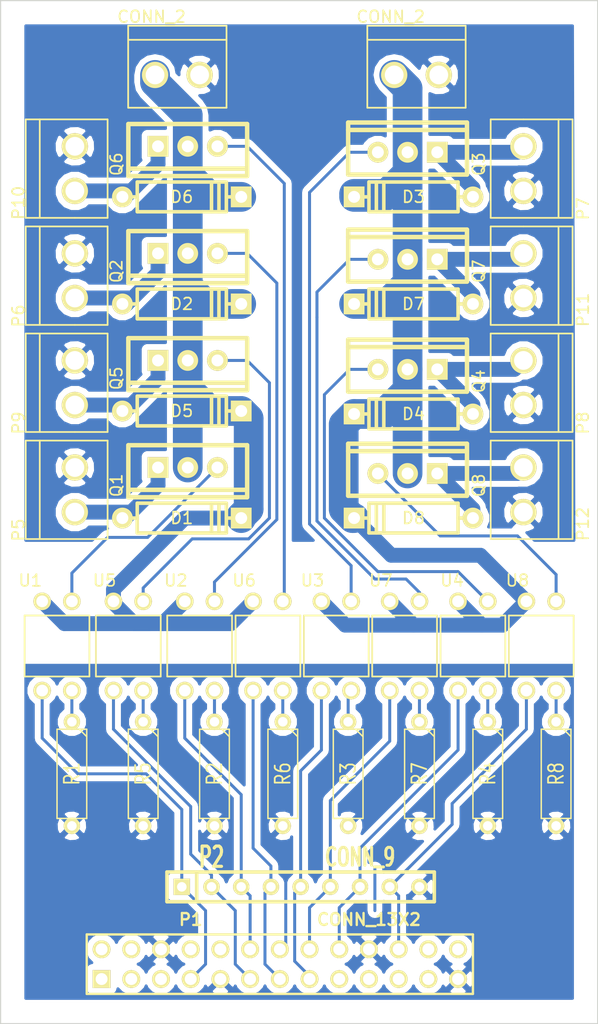
<source format=kicad_pcb>
(kicad_pcb (version 3) (host pcbnew "(2013-07-07 BZR 4022)-stable")

  (general
    (links 94)
    (no_connects 1)
    (area 108.501 30.523 158.961 116.433601)
    (thickness 1.6)
    (drawings 4)
    (tracks 217)
    (zones 0)
    (modules 44)
    (nets 37)
  )

  (page A3)
  (layers
    (15 F.Cu signal)
    (0 B.Cu signal)
    (16 B.Adhes user)
    (17 F.Adhes user)
    (18 B.Paste user)
    (19 F.Paste user)
    (20 B.SilkS user)
    (21 F.SilkS user)
    (22 B.Mask user)
    (23 F.Mask user)
    (24 Dwgs.User user)
    (25 Cmts.User user)
    (26 Eco1.User user)
    (27 Eco2.User user)
    (28 Edge.Cuts user)
  )

  (setup
    (last_trace_width 0.254)
    (user_trace_width 0.254)
    (user_trace_width 0.381)
    (user_trace_width 0.508)
    (user_trace_width 1.27)
    (user_trace_width 2.54)
    (trace_clearance 0.254)
    (zone_clearance 0.508)
    (zone_45_only no)
    (trace_min 0.254)
    (segment_width 0.2)
    (edge_width 0.1)
    (via_size 0.889)
    (via_drill 0.635)
    (via_min_size 0.889)
    (via_min_drill 0.508)
    (uvia_size 0.508)
    (uvia_drill 0.127)
    (uvias_allowed no)
    (uvia_min_size 0.508)
    (uvia_min_drill 0.127)
    (pcb_text_width 0.3)
    (pcb_text_size 1.5 1.5)
    (mod_edge_width 0.15)
    (mod_text_size 1 1)
    (mod_text_width 0.15)
    (pad_size 1.5 1.5)
    (pad_drill 1)
    (pad_to_mask_clearance 0)
    (aux_axis_origin 0 0)
    (visible_elements 7FFFFFFF)
    (pcbplotparams
      (layerselection 3178497)
      (usegerberextensions true)
      (excludeedgelayer true)
      (linewidth 0.150000)
      (plotframeref false)
      (viasonmask false)
      (mode 1)
      (useauxorigin false)
      (hpglpennumber 1)
      (hpglpenspeed 20)
      (hpglpendiameter 15)
      (hpglpenoverlay 2)
      (psnegative false)
      (psa4output false)
      (plotreference true)
      (plotvalue true)
      (plotothertext true)
      (plotinvisibletext false)
      (padsonsilk false)
      (subtractmaskfromsilk false)
      (outputformat 1)
      (mirror false)
      (drillshape 1)
      (scaleselection 1)
      (outputdirectory ""))
  )

  (net 0 "")
  (net 1 +12P)
  (net 2 +12V)
  (net 3 GND)
  (net 4 GNDPWR)
  (net 5 IO1)
  (net 6 IO2)
  (net 7 IO3)
  (net 8 IO4)
  (net 9 IO5)
  (net 10 IO6)
  (net 11 IO7)
  (net 12 IO8)
  (net 13 N-0000012)
  (net 14 N-000002)
  (net 15 N-0000020)
  (net 16 N-0000021)
  (net 17 N-0000022)
  (net 18 N-0000023)
  (net 19 N-0000024)
  (net 20 N-0000025)
  (net 21 N-0000026)
  (net 22 N-0000027)
  (net 23 N-0000028)
  (net 24 N-0000029)
  (net 25 N-0000030)
  (net 26 N-0000032)
  (net 27 N-0000033)
  (net 28 N-000004)
  (net 29 N-0000040)
  (net 30 N-0000041)
  (net 31 N-0000042)
  (net 32 N-0000044)
  (net 33 N-000005)
  (net 34 N-000006)
  (net 35 N-000007)
  (net 36 N-000008)

  (net_class Default "This is the default net class."
    (clearance 0.254)
    (trace_width 0.254)
    (via_dia 0.889)
    (via_drill 0.635)
    (uvia_dia 0.508)
    (uvia_drill 0.127)
    (add_net "")
    (add_net +12P)
    (add_net +12V)
    (add_net GND)
    (add_net GNDPWR)
    (add_net IO1)
    (add_net IO2)
    (add_net IO3)
    (add_net IO4)
    (add_net IO5)
    (add_net IO6)
    (add_net IO7)
    (add_net IO8)
    (add_net N-0000012)
    (add_net N-000002)
    (add_net N-0000020)
    (add_net N-0000021)
    (add_net N-0000022)
    (add_net N-0000023)
    (add_net N-0000024)
    (add_net N-0000025)
    (add_net N-0000026)
    (add_net N-0000027)
    (add_net N-0000028)
    (add_net N-0000029)
    (add_net N-0000030)
    (add_net N-0000032)
    (add_net N-0000033)
    (add_net N-000004)
    (add_net N-0000040)
    (add_net N-0000041)
    (add_net N-0000042)
    (add_net N-0000044)
    (add_net N-000005)
    (add_net N-000006)
    (add_net N-000007)
    (add_net N-000008)
  )

  (net_class Power ""
    (clearance 0.254)
    (trace_width 2.54)
    (via_dia 0.889)
    (via_drill 0.635)
    (uvia_dia 0.508)
    (uvia_drill 0.127)
  )

  (module TO220_VERT (layer F.Cu) (tedit 53A431DA) (tstamp 53A198FC)
    (at 143.002 53.34 90)
    (descr "Regulateur TO220 serie LM78xx")
    (tags "TR TO220")
    (path /53A01B84)
    (fp_text reference Q7 (at -1.016 6.096 90) (layer F.SilkS)
      (effects (font (size 1 1) (thickness 0.15)))
    )
    (fp_text value TIPC31A (at 0.635 -6.35 90) (layer F.SilkS) hide
      (effects (font (size 1.524 1.016) (thickness 0.2032)))
    )
    (fp_line (start 1.905 -5.08) (end 2.54 -5.08) (layer F.SilkS) (width 0.381))
    (fp_line (start 2.54 -5.08) (end 2.54 5.08) (layer F.SilkS) (width 0.381))
    (fp_line (start 2.54 5.08) (end 1.905 5.08) (layer F.SilkS) (width 0.381))
    (fp_line (start -1.905 -5.08) (end 1.905 -5.08) (layer F.SilkS) (width 0.381))
    (fp_line (start 1.905 -5.08) (end 1.905 5.08) (layer F.SilkS) (width 0.381))
    (fp_line (start 1.905 5.08) (end -1.905 5.08) (layer F.SilkS) (width 0.381))
    (fp_line (start -1.905 5.08) (end -1.905 -5.08) (layer F.SilkS) (width 0.381))
    (pad 2 thru_hole circle (at 0 -2.54 90) (size 1.778 1.778) (drill 1.016)
      (layers *.Cu *.Mask F.SilkS)
      (net 33 N-000005)
    )
    (pad 3 thru_hole circle (at 0 0 90) (size 1.778 1.778) (drill 1.016)
      (layers *.Cu *.Mask F.SilkS)
      (net 2 +12V)
    )
    (pad 1 thru_hole rect (at 0 2.54 90) (size 1.778 1.778) (drill 1.016)
      (layers *.Cu *.Mask F.SilkS)
      (net 28 N-000004)
    )
  )

  (module TO220_VERT (layer F.Cu) (tedit 53A431E1) (tstamp 53A1990A)
    (at 143.002 44.196 90)
    (descr "Regulateur TO220 serie LM78xx")
    (tags "TR TO220")
    (path /53A01B6D)
    (fp_text reference Q3 (at -1.016 6.096 90) (layer F.SilkS)
      (effects (font (size 1 1) (thickness 0.15)))
    )
    (fp_text value TIPC31A (at 0.635 -6.35 90) (layer F.SilkS) hide
      (effects (font (size 1.524 1.016) (thickness 0.2032)))
    )
    (fp_line (start 1.905 -5.08) (end 2.54 -5.08) (layer F.SilkS) (width 0.381))
    (fp_line (start 2.54 -5.08) (end 2.54 5.08) (layer F.SilkS) (width 0.381))
    (fp_line (start 2.54 5.08) (end 1.905 5.08) (layer F.SilkS) (width 0.381))
    (fp_line (start -1.905 -5.08) (end 1.905 -5.08) (layer F.SilkS) (width 0.381))
    (fp_line (start 1.905 -5.08) (end 1.905 5.08) (layer F.SilkS) (width 0.381))
    (fp_line (start 1.905 5.08) (end -1.905 5.08) (layer F.SilkS) (width 0.381))
    (fp_line (start -1.905 5.08) (end -1.905 -5.08) (layer F.SilkS) (width 0.381))
    (pad 2 thru_hole circle (at 0 -2.54 90) (size 1.778 1.778) (drill 1.016)
      (layers *.Cu *.Mask F.SilkS)
      (net 23 N-0000028)
    )
    (pad 3 thru_hole circle (at 0 0 90) (size 1.778 1.778) (drill 1.016)
      (layers *.Cu *.Mask F.SilkS)
      (net 2 +12V)
    )
    (pad 1 thru_hole rect (at 0 2.54 90) (size 1.778 1.778) (drill 1.016)
      (layers *.Cu *.Mask F.SilkS)
      (net 22 N-0000027)
    )
  )

  (module TO220_VERT (layer F.Cu) (tedit 53A431D3) (tstamp 53A19918)
    (at 143.002 71.628 90)
    (descr "Regulateur TO220 serie LM78xx")
    (tags "TR TO220")
    (path /53A01AEA)
    (fp_text reference Q8 (at -1.016 6.096 90) (layer F.SilkS)
      (effects (font (size 1 1) (thickness 0.15)))
    )
    (fp_text value TIPC31A (at 0.635 -6.35 90) (layer F.SilkS) hide
      (effects (font (size 1.524 1.016) (thickness 0.2032)))
    )
    (fp_line (start 1.905 -5.08) (end 2.54 -5.08) (layer F.SilkS) (width 0.381))
    (fp_line (start 2.54 -5.08) (end 2.54 5.08) (layer F.SilkS) (width 0.381))
    (fp_line (start 2.54 5.08) (end 1.905 5.08) (layer F.SilkS) (width 0.381))
    (fp_line (start -1.905 -5.08) (end 1.905 -5.08) (layer F.SilkS) (width 0.381))
    (fp_line (start 1.905 -5.08) (end 1.905 5.08) (layer F.SilkS) (width 0.381))
    (fp_line (start 1.905 5.08) (end -1.905 5.08) (layer F.SilkS) (width 0.381))
    (fp_line (start -1.905 5.08) (end -1.905 -5.08) (layer F.SilkS) (width 0.381))
    (pad 2 thru_hole circle (at 0 -2.54 90) (size 1.778 1.778) (drill 1.016)
      (layers *.Cu *.Mask F.SilkS)
      (net 36 N-000008)
    )
    (pad 3 thru_hole circle (at 0 0 90) (size 1.778 1.778) (drill 1.016)
      (layers *.Cu *.Mask F.SilkS)
      (net 2 +12V)
    )
    (pad 1 thru_hole rect (at 0 2.54 90) (size 1.778 1.778) (drill 1.016)
      (layers *.Cu *.Mask F.SilkS)
      (net 35 N-000007)
    )
  )

  (module TO220_VERT (layer F.Cu) (tedit 53A43206) (tstamp 53A19926)
    (at 124.206 71.12 270)
    (descr "Regulateur TO220 serie LM78xx")
    (tags "TR TO220")
    (path /53A019B9)
    (fp_text reference Q1 (at 1.524 6.096 270) (layer F.SilkS)
      (effects (font (size 1 1) (thickness 0.15)))
    )
    (fp_text value TIPC31A (at 0 -6.604 270) (layer F.SilkS) hide
      (effects (font (size 1.524 1.016) (thickness 0.2032)))
    )
    (fp_line (start 1.905 -5.08) (end 2.54 -5.08) (layer F.SilkS) (width 0.381))
    (fp_line (start 2.54 -5.08) (end 2.54 5.08) (layer F.SilkS) (width 0.381))
    (fp_line (start 2.54 5.08) (end 1.905 5.08) (layer F.SilkS) (width 0.381))
    (fp_line (start -1.905 -5.08) (end 1.905 -5.08) (layer F.SilkS) (width 0.381))
    (fp_line (start 1.905 -5.08) (end 1.905 5.08) (layer F.SilkS) (width 0.381))
    (fp_line (start 1.905 5.08) (end -1.905 5.08) (layer F.SilkS) (width 0.381))
    (fp_line (start -1.905 5.08) (end -1.905 -5.08) (layer F.SilkS) (width 0.381))
    (pad 2 thru_hole circle (at 0 -2.54 270) (size 1.778 1.778) (drill 1.016)
      (layers *.Cu *.Mask F.SilkS)
      (net 13 N-0000012)
    )
    (pad 3 thru_hole circle (at 0 0 270) (size 1.778 1.778) (drill 1.016)
      (layers *.Cu *.Mask F.SilkS)
      (net 1 +12P)
    )
    (pad 1 thru_hole rect (at 0 2.54 270) (size 1.778 1.778) (drill 1.016)
      (layers *.Cu *.Mask F.SilkS)
      (net 27 N-0000033)
    )
  )

  (module TO220_VERT (layer F.Cu) (tedit 53A431C3) (tstamp 53A19934)
    (at 143.002 62.738 90)
    (descr "Regulateur TO220 serie LM78xx")
    (tags "TR TO220")
    (path /53A01BCC)
    (fp_text reference Q4 (at -1.016 6.096 90) (layer F.SilkS)
      (effects (font (size 1 1) (thickness 0.15)))
    )
    (fp_text value TIPC31A (at 0.635 -6.35 90) (layer F.SilkS) hide
      (effects (font (size 1.524 1.016) (thickness 0.2032)))
    )
    (fp_line (start 1.905 -5.08) (end 2.54 -5.08) (layer F.SilkS) (width 0.381))
    (fp_line (start 2.54 -5.08) (end 2.54 5.08) (layer F.SilkS) (width 0.381))
    (fp_line (start 2.54 5.08) (end 1.905 5.08) (layer F.SilkS) (width 0.381))
    (fp_line (start -1.905 -5.08) (end 1.905 -5.08) (layer F.SilkS) (width 0.381))
    (fp_line (start 1.905 -5.08) (end 1.905 5.08) (layer F.SilkS) (width 0.381))
    (fp_line (start 1.905 5.08) (end -1.905 5.08) (layer F.SilkS) (width 0.381))
    (fp_line (start -1.905 5.08) (end -1.905 -5.08) (layer F.SilkS) (width 0.381))
    (pad 2 thru_hole circle (at 0 -2.54 90) (size 1.778 1.778) (drill 1.016)
      (layers *.Cu *.Mask F.SilkS)
      (net 21 N-0000026)
    )
    (pad 3 thru_hole circle (at 0 0 90) (size 1.778 1.778) (drill 1.016)
      (layers *.Cu *.Mask F.SilkS)
      (net 2 +12V)
    )
    (pad 1 thru_hole rect (at 0 2.54 90) (size 1.778 1.778) (drill 1.016)
      (layers *.Cu *.Mask F.SilkS)
      (net 25 N-0000030)
    )
  )

  (module TO220_VERT (layer F.Cu) (tedit 53A431FA) (tstamp 53A19942)
    (at 124.206 43.688 270)
    (descr "Regulateur TO220 serie LM78xx")
    (tags "TR TO220")
    (path /53944DA4)
    (fp_text reference Q6 (at 1.524 6.096 270) (layer F.SilkS)
      (effects (font (size 1 1) (thickness 0.15)))
    )
    (fp_text value TIPC31A (at 0 -6.604 270) (layer F.SilkS) hide
      (effects (font (size 1.524 1.016) (thickness 0.2032)))
    )
    (fp_line (start 1.905 -5.08) (end 2.54 -5.08) (layer F.SilkS) (width 0.381))
    (fp_line (start 2.54 -5.08) (end 2.54 5.08) (layer F.SilkS) (width 0.381))
    (fp_line (start 2.54 5.08) (end 1.905 5.08) (layer F.SilkS) (width 0.381))
    (fp_line (start -1.905 -5.08) (end 1.905 -5.08) (layer F.SilkS) (width 0.381))
    (fp_line (start 1.905 -5.08) (end 1.905 5.08) (layer F.SilkS) (width 0.381))
    (fp_line (start 1.905 5.08) (end -1.905 5.08) (layer F.SilkS) (width 0.381))
    (fp_line (start -1.905 5.08) (end -1.905 -5.08) (layer F.SilkS) (width 0.381))
    (pad 2 thru_hole circle (at 0 -2.54 270) (size 1.778 1.778) (drill 1.016)
      (layers *.Cu *.Mask F.SilkS)
      (net 31 N-0000042)
    )
    (pad 3 thru_hole circle (at 0 0 270) (size 1.778 1.778) (drill 1.016)
      (layers *.Cu *.Mask F.SilkS)
      (net 1 +12P)
    )
    (pad 1 thru_hole rect (at 0 2.54 270) (size 1.778 1.778) (drill 1.016)
      (layers *.Cu *.Mask F.SilkS)
      (net 32 N-0000044)
    )
  )

  (module TO220_VERT (layer F.Cu) (tedit 53A43202) (tstamp 53A19950)
    (at 124.206 61.976 270)
    (descr "Regulateur TO220 serie LM78xx")
    (tags "TR TO220")
    (path /53A01A3B)
    (fp_text reference Q5 (at 1.524 6.096 270) (layer F.SilkS)
      (effects (font (size 1 1) (thickness 0.15)))
    )
    (fp_text value TIPC31A (at 0 -6.604 270) (layer F.SilkS) hide
      (effects (font (size 1.524 1.016) (thickness 0.2032)))
    )
    (fp_line (start 1.905 -5.08) (end 2.54 -5.08) (layer F.SilkS) (width 0.381))
    (fp_line (start 2.54 -5.08) (end 2.54 5.08) (layer F.SilkS) (width 0.381))
    (fp_line (start 2.54 5.08) (end 1.905 5.08) (layer F.SilkS) (width 0.381))
    (fp_line (start -1.905 -5.08) (end 1.905 -5.08) (layer F.SilkS) (width 0.381))
    (fp_line (start 1.905 -5.08) (end 1.905 5.08) (layer F.SilkS) (width 0.381))
    (fp_line (start 1.905 5.08) (end -1.905 5.08) (layer F.SilkS) (width 0.381))
    (fp_line (start -1.905 5.08) (end -1.905 -5.08) (layer F.SilkS) (width 0.381))
    (pad 2 thru_hole circle (at 0 -2.54 270) (size 1.778 1.778) (drill 1.016)
      (layers *.Cu *.Mask F.SilkS)
      (net 19 N-0000024)
    )
    (pad 3 thru_hole circle (at 0 0 270) (size 1.778 1.778) (drill 1.016)
      (layers *.Cu *.Mask F.SilkS)
      (net 1 +12P)
    )
    (pad 1 thru_hole rect (at 0 2.54 270) (size 1.778 1.778) (drill 1.016)
      (layers *.Cu *.Mask F.SilkS)
      (net 30 N-0000041)
    )
  )

  (module TO220_VERT (layer F.Cu) (tedit 53A431F7) (tstamp 53A1995E)
    (at 124.206 52.832 270)
    (descr "Regulateur TO220 serie LM78xx")
    (tags "TR TO220")
    (path /53A01AA7)
    (fp_text reference Q2 (at 1.524 6.096 270) (layer F.SilkS)
      (effects (font (size 1 1) (thickness 0.15)))
    )
    (fp_text value TIPC31A (at 0 -6.604 270) (layer F.SilkS) hide
      (effects (font (size 1.524 1.016) (thickness 0.2032)))
    )
    (fp_line (start 1.905 -5.08) (end 2.54 -5.08) (layer F.SilkS) (width 0.381))
    (fp_line (start 2.54 -5.08) (end 2.54 5.08) (layer F.SilkS) (width 0.381))
    (fp_line (start 2.54 5.08) (end 1.905 5.08) (layer F.SilkS) (width 0.381))
    (fp_line (start -1.905 -5.08) (end 1.905 -5.08) (layer F.SilkS) (width 0.381))
    (fp_line (start 1.905 -5.08) (end 1.905 5.08) (layer F.SilkS) (width 0.381))
    (fp_line (start 1.905 5.08) (end -1.905 5.08) (layer F.SilkS) (width 0.381))
    (fp_line (start -1.905 5.08) (end -1.905 -5.08) (layer F.SilkS) (width 0.381))
    (pad 2 thru_hole circle (at 0 -2.54 270) (size 1.778 1.778) (drill 1.016)
      (layers *.Cu *.Mask F.SilkS)
      (net 17 N-0000022)
    )
    (pad 3 thru_hole circle (at 0 0 270) (size 1.778 1.778) (drill 1.016)
      (layers *.Cu *.Mask F.SilkS)
      (net 1 +12P)
    )
    (pad 1 thru_hole rect (at 0 2.54 270) (size 1.778 1.778) (drill 1.016)
      (layers *.Cu *.Mask F.SilkS)
      (net 29 N-0000040)
    )
  )

  (module SIL-9 (layer F.Cu) (tedit 200000) (tstamp 53A19970)
    (at 133.858 106.934)
    (descr "Connecteur 9 pins")
    (tags "CONN DEV")
    (path /53944F68)
    (fp_text reference P2 (at -7.62 -2.54) (layer F.SilkS)
      (effects (font (size 1.72974 1.08712) (thickness 0.3048)))
    )
    (fp_text value CONN_9 (at 5.08 -2.54) (layer F.SilkS)
      (effects (font (size 1.524 1.016) (thickness 0.3048)))
    )
    (fp_line (start 11.43 -1.27) (end 11.43 1.27) (layer F.SilkS) (width 0.3048))
    (fp_line (start 11.43 1.27) (end -11.43 1.27) (layer F.SilkS) (width 0.3048))
    (fp_line (start -11.43 1.27) (end -11.43 -1.27) (layer F.SilkS) (width 0.3048))
    (fp_line (start 11.43 -1.27) (end -11.43 -1.27) (layer F.SilkS) (width 0.3048))
    (fp_line (start -8.89 -1.27) (end -8.89 1.27) (layer F.SilkS) (width 0.3048))
    (pad 1 thru_hole rect (at -10.16 0) (size 1.397 1.397) (drill 0.8128)
      (layers *.Cu *.Mask F.SilkS)
      (net 5 IO1)
    )
    (pad 2 thru_hole circle (at -7.62 0) (size 1.397 1.397) (drill 0.8128)
      (layers *.Cu *.Mask F.SilkS)
      (net 6 IO2)
    )
    (pad 3 thru_hole circle (at -5.08 0) (size 1.397 1.397) (drill 0.8128)
      (layers *.Cu *.Mask F.SilkS)
      (net 7 IO3)
    )
    (pad 4 thru_hole circle (at -2.54 0) (size 1.397 1.397) (drill 0.8128)
      (layers *.Cu *.Mask F.SilkS)
      (net 8 IO4)
    )
    (pad 5 thru_hole circle (at 0 0) (size 1.397 1.397) (drill 0.8128)
      (layers *.Cu *.Mask F.SilkS)
      (net 9 IO5)
    )
    (pad 6 thru_hole circle (at 2.54 0) (size 1.397 1.397) (drill 0.8128)
      (layers *.Cu *.Mask F.SilkS)
      (net 10 IO6)
    )
    (pad 7 thru_hole circle (at 5.08 0) (size 1.397 1.397) (drill 0.8128)
      (layers *.Cu *.Mask F.SilkS)
      (net 11 IO7)
    )
    (pad 8 thru_hole circle (at 7.62 0) (size 1.397 1.397) (drill 0.8128)
      (layers *.Cu *.Mask F.SilkS)
      (net 12 IO8)
    )
    (pad 9 thru_hole circle (at 10.16 0) (size 1.397 1.397) (drill 0.8128)
      (layers *.Cu *.Mask F.SilkS)
      (net 3 GND)
    )
  )

  (module SFH618A-5 (layer F.Cu) (tedit 53A19AA0) (tstamp 53A1997C)
    (at 123.952 90.17 90)
    (path /53A01A6A)
    (fp_text reference U2 (at 9.398 -0.762 180) (layer F.SilkS)
      (effects (font (size 1 1) (thickness 0.15)))
    )
    (fp_text value SFH618A-5 (at 3.1 -2.2 90) (layer F.SilkS) hide
      (effects (font (size 1 1) (thickness 0.15)))
    )
    (fp_line (start 1.2 -1.5) (end 1.2 4.04) (layer F.SilkS) (width 0.15))
    (fp_line (start 1.2 4.04) (end 6.41 4.04) (layer F.SilkS) (width 0.15))
    (fp_line (start 6.41 4.04) (end 6.41 -1.5) (layer F.SilkS) (width 0.15))
    (fp_line (start 6.41 -1.5) (end 1.2 -1.5) (layer F.SilkS) (width 0.15))
    (pad 1 thru_hole circle (at 0 0 90) (size 1.5 1.5) (drill 1)
      (layers *.Cu *.Mask F.SilkS)
      (net 7 IO3)
    )
    (pad 4 thru_hole circle (at 7.62 0 90) (size 1.5 1.5) (drill 1)
      (layers *.Cu *.Mask F.SilkS)
      (net 1 +12P)
    )
    (pad 2 thru_hole circle (at 0 2.54 90) (size 1.5 1.5) (drill 1)
      (layers *.Cu *.Mask F.SilkS)
      (net 16 N-0000021)
    )
    (pad 3 thru_hole circle (at 7.62 2.54 90) (size 1.5 1.5) (drill 1)
      (layers *.Cu *.Mask F.SilkS)
      (net 17 N-0000022)
    )
  )

  (module SFH618A-5 (layer F.Cu) (tedit 53A19AC3) (tstamp 53A19988)
    (at 141.478 90.17 90)
    (path /53A01B92)
    (fp_text reference U7 (at 9.398 -0.762 180) (layer F.SilkS)
      (effects (font (size 1 1) (thickness 0.15)))
    )
    (fp_text value SFH618A-5 (at 3.1 -2.2 90) (layer F.SilkS) hide
      (effects (font (size 1 1) (thickness 0.15)))
    )
    (fp_line (start 1.2 -1.5) (end 1.2 4.04) (layer F.SilkS) (width 0.15))
    (fp_line (start 1.2 4.04) (end 6.41 4.04) (layer F.SilkS) (width 0.15))
    (fp_line (start 6.41 4.04) (end 6.41 -1.5) (layer F.SilkS) (width 0.15))
    (fp_line (start 6.41 -1.5) (end 1.2 -1.5) (layer F.SilkS) (width 0.15))
    (pad 1 thru_hole circle (at 0 0 90) (size 1.5 1.5) (drill 1)
      (layers *.Cu *.Mask F.SilkS)
      (net 10 IO6)
    )
    (pad 4 thru_hole circle (at 7.62 0 90) (size 1.5 1.5) (drill 1)
      (layers *.Cu *.Mask F.SilkS)
      (net 2 +12V)
    )
    (pad 2 thru_hole circle (at 0 2.54 90) (size 1.5 1.5) (drill 1)
      (layers *.Cu *.Mask F.SilkS)
      (net 14 N-000002)
    )
    (pad 3 thru_hole circle (at 7.62 2.54 90) (size 1.5 1.5) (drill 1)
      (layers *.Cu *.Mask F.SilkS)
      (net 33 N-000005)
    )
  )

  (module SFH618A-5 (layer F.Cu) (tedit 53A19ABC) (tstamp 53A19994)
    (at 135.636 90.17 90)
    (path /53A01B0C)
    (fp_text reference U3 (at 9.398 -0.762 180) (layer F.SilkS)
      (effects (font (size 1 1) (thickness 0.15)))
    )
    (fp_text value SFH618A-5 (at 3.1 -2.2 90) (layer F.SilkS) hide
      (effects (font (size 1 1) (thickness 0.15)))
    )
    (fp_line (start 1.2 -1.5) (end 1.2 4.04) (layer F.SilkS) (width 0.15))
    (fp_line (start 1.2 4.04) (end 6.41 4.04) (layer F.SilkS) (width 0.15))
    (fp_line (start 6.41 4.04) (end 6.41 -1.5) (layer F.SilkS) (width 0.15))
    (fp_line (start 6.41 -1.5) (end 1.2 -1.5) (layer F.SilkS) (width 0.15))
    (pad 1 thru_hole circle (at 0 0 90) (size 1.5 1.5) (drill 1)
      (layers *.Cu *.Mask F.SilkS)
      (net 9 IO5)
    )
    (pad 4 thru_hole circle (at 7.62 0 90) (size 1.5 1.5) (drill 1)
      (layers *.Cu *.Mask F.SilkS)
      (net 2 +12V)
    )
    (pad 2 thru_hole circle (at 0 2.54 90) (size 1.5 1.5) (drill 1)
      (layers *.Cu *.Mask F.SilkS)
      (net 24 N-0000029)
    )
    (pad 3 thru_hole circle (at 7.62 2.54 90) (size 1.5 1.5) (drill 1)
      (layers *.Cu *.Mask F.SilkS)
      (net 23 N-0000028)
    )
  )

  (module SFH618A-5 (layer F.Cu) (tedit 53A19AD2) (tstamp 53A199A0)
    (at 153.162 90.17 90)
    (path /53A01BA0)
    (fp_text reference U8 (at 9.398 -0.762 180) (layer F.SilkS)
      (effects (font (size 1 1) (thickness 0.15)))
    )
    (fp_text value SFH618A-5 (at 3.1 -2.2 90) (layer F.SilkS) hide
      (effects (font (size 1 1) (thickness 0.15)))
    )
    (fp_line (start 1.2 -1.5) (end 1.2 4.04) (layer F.SilkS) (width 0.15))
    (fp_line (start 1.2 4.04) (end 6.41 4.04) (layer F.SilkS) (width 0.15))
    (fp_line (start 6.41 4.04) (end 6.41 -1.5) (layer F.SilkS) (width 0.15))
    (fp_line (start 6.41 -1.5) (end 1.2 -1.5) (layer F.SilkS) (width 0.15))
    (pad 1 thru_hole circle (at 0 0 90) (size 1.5 1.5) (drill 1)
      (layers *.Cu *.Mask F.SilkS)
      (net 12 IO8)
    )
    (pad 4 thru_hole circle (at 7.62 0 90) (size 1.5 1.5) (drill 1)
      (layers *.Cu *.Mask F.SilkS)
      (net 2 +12V)
    )
    (pad 2 thru_hole circle (at 0 2.54 90) (size 1.5 1.5) (drill 1)
      (layers *.Cu *.Mask F.SilkS)
      (net 34 N-000006)
    )
    (pad 3 thru_hole circle (at 7.62 2.54 90) (size 1.5 1.5) (drill 1)
      (layers *.Cu *.Mask F.SilkS)
      (net 36 N-000008)
    )
  )

  (module SFH618A-5 (layer F.Cu) (tedit 53A19ACC) (tstamp 53A199AC)
    (at 147.32 90.17 90)
    (path /53A01BA7)
    (fp_text reference U4 (at 9.398 -0.508 180) (layer F.SilkS)
      (effects (font (size 1 1) (thickness 0.15)))
    )
    (fp_text value SFH618A-5 (at 3.1 -2.2 90) (layer F.SilkS) hide
      (effects (font (size 1 1) (thickness 0.15)))
    )
    (fp_line (start 1.2 -1.5) (end 1.2 4.04) (layer F.SilkS) (width 0.15))
    (fp_line (start 1.2 4.04) (end 6.41 4.04) (layer F.SilkS) (width 0.15))
    (fp_line (start 6.41 4.04) (end 6.41 -1.5) (layer F.SilkS) (width 0.15))
    (fp_line (start 6.41 -1.5) (end 1.2 -1.5) (layer F.SilkS) (width 0.15))
    (pad 1 thru_hole circle (at 0 0 90) (size 1.5 1.5) (drill 1)
      (layers *.Cu *.Mask F.SilkS)
      (net 11 IO7)
    )
    (pad 4 thru_hole circle (at 7.62 0 90) (size 1.5 1.5) (drill 1)
      (layers *.Cu *.Mask F.SilkS)
      (net 2 +12V)
    )
    (pad 2 thru_hole circle (at 0 2.54 90) (size 1.5 1.5) (drill 1)
      (layers *.Cu *.Mask F.SilkS)
      (net 20 N-0000025)
    )
    (pad 3 thru_hole circle (at 7.62 2.54 90) (size 1.5 1.5) (drill 1)
      (layers *.Cu *.Mask F.SilkS)
      (net 21 N-0000026)
    )
  )

  (module SFH618A-5 (layer F.Cu) (tedit 53A19AAC) (tstamp 53A199B8)
    (at 129.794 90.17 90)
    (path /53A01A63)
    (fp_text reference U6 (at 9.398 -0.762 180) (layer F.SilkS)
      (effects (font (size 1 1) (thickness 0.15)))
    )
    (fp_text value SFH618A-5 (at 3.1 -2.2 90) (layer F.SilkS) hide
      (effects (font (size 1 1) (thickness 0.15)))
    )
    (fp_line (start 1.2 -1.5) (end 1.2 4.04) (layer F.SilkS) (width 0.15))
    (fp_line (start 1.2 4.04) (end 6.41 4.04) (layer F.SilkS) (width 0.15))
    (fp_line (start 6.41 4.04) (end 6.41 -1.5) (layer F.SilkS) (width 0.15))
    (fp_line (start 6.41 -1.5) (end 1.2 -1.5) (layer F.SilkS) (width 0.15))
    (pad 1 thru_hole circle (at 0 0 90) (size 1.5 1.5) (drill 1)
      (layers *.Cu *.Mask F.SilkS)
      (net 8 IO4)
    )
    (pad 4 thru_hole circle (at 7.62 0 90) (size 1.5 1.5) (drill 1)
      (layers *.Cu *.Mask F.SilkS)
      (net 1 +12P)
    )
    (pad 2 thru_hole circle (at 0 2.54 90) (size 1.5 1.5) (drill 1)
      (layers *.Cu *.Mask F.SilkS)
      (net 15 N-0000020)
    )
    (pad 3 thru_hole circle (at 7.62 2.54 90) (size 1.5 1.5) (drill 1)
      (layers *.Cu *.Mask F.SilkS)
      (net 31 N-0000042)
    )
  )

  (module SFH618A-5 (layer F.Cu) (tedit 53A19A95) (tstamp 53A199C4)
    (at 117.856 90.17 90)
    (path /53A01A49)
    (fp_text reference U5 (at 9.398 -0.762 180) (layer F.SilkS)
      (effects (font (size 1 1) (thickness 0.15)))
    )
    (fp_text value SFH618A-5 (at 3.1 -2.2 90) (layer F.SilkS) hide
      (effects (font (size 1 1) (thickness 0.15)))
    )
    (fp_line (start 1.2 -1.5) (end 1.2 4.04) (layer F.SilkS) (width 0.15))
    (fp_line (start 1.2 4.04) (end 6.41 4.04) (layer F.SilkS) (width 0.15))
    (fp_line (start 6.41 4.04) (end 6.41 -1.5) (layer F.SilkS) (width 0.15))
    (fp_line (start 6.41 -1.5) (end 1.2 -1.5) (layer F.SilkS) (width 0.15))
    (pad 1 thru_hole circle (at 0 0 90) (size 1.5 1.5) (drill 1)
      (layers *.Cu *.Mask F.SilkS)
      (net 6 IO2)
    )
    (pad 4 thru_hole circle (at 7.62 0 90) (size 1.5 1.5) (drill 1)
      (layers *.Cu *.Mask F.SilkS)
      (net 1 +12P)
    )
    (pad 2 thru_hole circle (at 0 2.54 90) (size 1.5 1.5) (drill 1)
      (layers *.Cu *.Mask F.SilkS)
      (net 18 N-0000023)
    )
    (pad 3 thru_hole circle (at 7.62 2.54 90) (size 1.5 1.5) (drill 1)
      (layers *.Cu *.Mask F.SilkS)
      (net 19 N-0000024)
    )
  )

  (module SFH618A-5 (layer F.Cu) (tedit 53A19A8C) (tstamp 53A199D0)
    (at 111.76 90.17 90)
    (path /53944E5B)
    (fp_text reference U1 (at 9.398 -1.016 180) (layer F.SilkS)
      (effects (font (size 1 1) (thickness 0.15)))
    )
    (fp_text value SFH618A-5 (at 3.1 -2.2 90) (layer F.SilkS) hide
      (effects (font (size 1 1) (thickness 0.15)))
    )
    (fp_line (start 1.2 -1.5) (end 1.2 4.04) (layer F.SilkS) (width 0.15))
    (fp_line (start 1.2 4.04) (end 6.41 4.04) (layer F.SilkS) (width 0.15))
    (fp_line (start 6.41 4.04) (end 6.41 -1.5) (layer F.SilkS) (width 0.15))
    (fp_line (start 6.41 -1.5) (end 1.2 -1.5) (layer F.SilkS) (width 0.15))
    (pad 1 thru_hole circle (at 0 0 90) (size 1.5 1.5) (drill 1)
      (layers *.Cu *.Mask F.SilkS)
      (net 5 IO1)
    )
    (pad 4 thru_hole circle (at 7.62 0 90) (size 1.5 1.5) (drill 1)
      (layers *.Cu *.Mask F.SilkS)
      (net 1 +12P)
    )
    (pad 2 thru_hole circle (at 0 2.54 90) (size 1.5 1.5) (drill 1)
      (layers *.Cu *.Mask F.SilkS)
      (net 26 N-0000032)
    )
    (pad 3 thru_hole circle (at 7.62 2.54 90) (size 1.5 1.5) (drill 1)
      (layers *.Cu *.Mask F.SilkS)
      (net 13 N-0000012)
    )
  )

  (module R3-5 (layer F.Cu) (tedit 3F979F9F) (tstamp 53A199DE)
    (at 126.492 97.282 270)
    (path /53A01A71)
    (fp_text reference R2 (at 0 0 270) (layer F.SilkS)
      (effects (font (size 1.27 1.016) (thickness 0.1524)))
    )
    (fp_text value 442R (at 0 0 270) (layer F.SilkS) hide
      (effects (font (size 1.27 1.016) (thickness 0.1524)))
    )
    (fp_line (start -3.81 -0.635) (end -3.81 1.27) (layer F.SilkS) (width 0.127))
    (fp_line (start -3.81 1.27) (end 3.81 1.27) (layer F.SilkS) (width 0.127))
    (fp_line (start 3.81 1.27) (end 3.81 -1.27) (layer F.SilkS) (width 0.127))
    (fp_line (start 3.81 -1.27) (end -3.81 -1.27) (layer F.SilkS) (width 0.127))
    (fp_line (start -3.81 -1.27) (end -3.81 -0.635) (layer F.SilkS) (width 0.127))
    (fp_line (start -4.445 0) (end -3.81 0) (layer F.SilkS) (width 0.127))
    (fp_line (start 3.81 0) (end 4.445 0) (layer F.SilkS) (width 0.127))
    (fp_line (start -3.81 -0.635) (end -3.175 -1.27) (layer F.SilkS) (width 0.127))
    (pad 1 thru_hole circle (at -4.445 0 270) (size 1.397 1.397) (drill 0.8128)
      (layers *.Cu *.Mask F.SilkS)
      (net 16 N-0000021)
    )
    (pad 2 thru_hole circle (at 4.445 0 270) (size 1.397 1.397) (drill 0.8128)
      (layers *.Cu *.Mask F.SilkS)
      (net 3 GND)
    )
    (model discret/resistor.wrl
      (at (xyz 0 0 0))
      (scale (xyz 0.35 0.35 0.3))
      (rotate (xyz 0 0 0))
    )
  )

  (module R3-5 (layer F.Cu) (tedit 3F979F9F) (tstamp 53A199EC)
    (at 132.334 97.282 270)
    (path /53A01A78)
    (fp_text reference R6 (at 0 0 270) (layer F.SilkS)
      (effects (font (size 1.27 1.016) (thickness 0.1524)))
    )
    (fp_text value 442R (at 0 0 270) (layer F.SilkS) hide
      (effects (font (size 1.27 1.016) (thickness 0.1524)))
    )
    (fp_line (start -3.81 -0.635) (end -3.81 1.27) (layer F.SilkS) (width 0.127))
    (fp_line (start -3.81 1.27) (end 3.81 1.27) (layer F.SilkS) (width 0.127))
    (fp_line (start 3.81 1.27) (end 3.81 -1.27) (layer F.SilkS) (width 0.127))
    (fp_line (start 3.81 -1.27) (end -3.81 -1.27) (layer F.SilkS) (width 0.127))
    (fp_line (start -3.81 -1.27) (end -3.81 -0.635) (layer F.SilkS) (width 0.127))
    (fp_line (start -4.445 0) (end -3.81 0) (layer F.SilkS) (width 0.127))
    (fp_line (start 3.81 0) (end 4.445 0) (layer F.SilkS) (width 0.127))
    (fp_line (start -3.81 -0.635) (end -3.175 -1.27) (layer F.SilkS) (width 0.127))
    (pad 1 thru_hole circle (at -4.445 0 270) (size 1.397 1.397) (drill 0.8128)
      (layers *.Cu *.Mask F.SilkS)
      (net 15 N-0000020)
    )
    (pad 2 thru_hole circle (at 4.445 0 270) (size 1.397 1.397) (drill 0.8128)
      (layers *.Cu *.Mask F.SilkS)
      (net 3 GND)
    )
    (model discret/resistor.wrl
      (at (xyz 0 0 0))
      (scale (xyz 0.35 0.35 0.3))
      (rotate (xyz 0 0 0))
    )
  )

  (module R3-5 (layer F.Cu) (tedit 3F979F9F) (tstamp 53A199FA)
    (at 120.396 97.282 270)
    (path /53A01A5C)
    (fp_text reference R5 (at 0 0 270) (layer F.SilkS)
      (effects (font (size 1.27 1.016) (thickness 0.1524)))
    )
    (fp_text value 442R (at 0 0 270) (layer F.SilkS) hide
      (effects (font (size 1.27 1.016) (thickness 0.1524)))
    )
    (fp_line (start -3.81 -0.635) (end -3.81 1.27) (layer F.SilkS) (width 0.127))
    (fp_line (start -3.81 1.27) (end 3.81 1.27) (layer F.SilkS) (width 0.127))
    (fp_line (start 3.81 1.27) (end 3.81 -1.27) (layer F.SilkS) (width 0.127))
    (fp_line (start 3.81 -1.27) (end -3.81 -1.27) (layer F.SilkS) (width 0.127))
    (fp_line (start -3.81 -1.27) (end -3.81 -0.635) (layer F.SilkS) (width 0.127))
    (fp_line (start -4.445 0) (end -3.81 0) (layer F.SilkS) (width 0.127))
    (fp_line (start 3.81 0) (end 4.445 0) (layer F.SilkS) (width 0.127))
    (fp_line (start -3.81 -0.635) (end -3.175 -1.27) (layer F.SilkS) (width 0.127))
    (pad 1 thru_hole circle (at -4.445 0 270) (size 1.397 1.397) (drill 0.8128)
      (layers *.Cu *.Mask F.SilkS)
      (net 18 N-0000023)
    )
    (pad 2 thru_hole circle (at 4.445 0 270) (size 1.397 1.397) (drill 0.8128)
      (layers *.Cu *.Mask F.SilkS)
      (net 3 GND)
    )
    (model discret/resistor.wrl
      (at (xyz 0 0 0))
      (scale (xyz 0.35 0.35 0.3))
      (rotate (xyz 0 0 0))
    )
  )

  (module R3-5 (layer F.Cu) (tedit 3F979F9F) (tstamp 53A19A08)
    (at 149.86 97.282 270)
    (path /53A01BAE)
    (fp_text reference R4 (at 0 0 270) (layer F.SilkS)
      (effects (font (size 1.27 1.016) (thickness 0.1524)))
    )
    (fp_text value 442R (at 0 0 270) (layer F.SilkS) hide
      (effects (font (size 1.27 1.016) (thickness 0.1524)))
    )
    (fp_line (start -3.81 -0.635) (end -3.81 1.27) (layer F.SilkS) (width 0.127))
    (fp_line (start -3.81 1.27) (end 3.81 1.27) (layer F.SilkS) (width 0.127))
    (fp_line (start 3.81 1.27) (end 3.81 -1.27) (layer F.SilkS) (width 0.127))
    (fp_line (start 3.81 -1.27) (end -3.81 -1.27) (layer F.SilkS) (width 0.127))
    (fp_line (start -3.81 -1.27) (end -3.81 -0.635) (layer F.SilkS) (width 0.127))
    (fp_line (start -4.445 0) (end -3.81 0) (layer F.SilkS) (width 0.127))
    (fp_line (start 3.81 0) (end 4.445 0) (layer F.SilkS) (width 0.127))
    (fp_line (start -3.81 -0.635) (end -3.175 -1.27) (layer F.SilkS) (width 0.127))
    (pad 1 thru_hole circle (at -4.445 0 270) (size 1.397 1.397) (drill 0.8128)
      (layers *.Cu *.Mask F.SilkS)
      (net 20 N-0000025)
    )
    (pad 2 thru_hole circle (at 4.445 0 270) (size 1.397 1.397) (drill 0.8128)
      (layers *.Cu *.Mask F.SilkS)
      (net 3 GND)
    )
    (model discret/resistor.wrl
      (at (xyz 0 0 0))
      (scale (xyz 0.35 0.35 0.3))
      (rotate (xyz 0 0 0))
    )
  )

  (module R3-5 (layer F.Cu) (tedit 3F979F9F) (tstamp 53A19A16)
    (at 144.018 97.282 270)
    (path /53A01B99)
    (fp_text reference R7 (at 0 0 270) (layer F.SilkS)
      (effects (font (size 1.27 1.016) (thickness 0.1524)))
    )
    (fp_text value 442R (at 0 0 270) (layer F.SilkS) hide
      (effects (font (size 1.27 1.016) (thickness 0.1524)))
    )
    (fp_line (start -3.81 -0.635) (end -3.81 1.27) (layer F.SilkS) (width 0.127))
    (fp_line (start -3.81 1.27) (end 3.81 1.27) (layer F.SilkS) (width 0.127))
    (fp_line (start 3.81 1.27) (end 3.81 -1.27) (layer F.SilkS) (width 0.127))
    (fp_line (start 3.81 -1.27) (end -3.81 -1.27) (layer F.SilkS) (width 0.127))
    (fp_line (start -3.81 -1.27) (end -3.81 -0.635) (layer F.SilkS) (width 0.127))
    (fp_line (start -4.445 0) (end -3.81 0) (layer F.SilkS) (width 0.127))
    (fp_line (start 3.81 0) (end 4.445 0) (layer F.SilkS) (width 0.127))
    (fp_line (start -3.81 -0.635) (end -3.175 -1.27) (layer F.SilkS) (width 0.127))
    (pad 1 thru_hole circle (at -4.445 0 270) (size 1.397 1.397) (drill 0.8128)
      (layers *.Cu *.Mask F.SilkS)
      (net 14 N-000002)
    )
    (pad 2 thru_hole circle (at 4.445 0 270) (size 1.397 1.397) (drill 0.8128)
      (layers *.Cu *.Mask F.SilkS)
      (net 3 GND)
    )
    (model discret/resistor.wrl
      (at (xyz 0 0 0))
      (scale (xyz 0.35 0.35 0.3))
      (rotate (xyz 0 0 0))
    )
  )

  (module R3-5 (layer F.Cu) (tedit 3F979F9F) (tstamp 53A19A24)
    (at 155.702 97.282 270)
    (path /53A01BB5)
    (fp_text reference R8 (at 0 0 270) (layer F.SilkS)
      (effects (font (size 1.27 1.016) (thickness 0.1524)))
    )
    (fp_text value 442R (at 0 0 270) (layer F.SilkS) hide
      (effects (font (size 1.27 1.016) (thickness 0.1524)))
    )
    (fp_line (start -3.81 -0.635) (end -3.81 1.27) (layer F.SilkS) (width 0.127))
    (fp_line (start -3.81 1.27) (end 3.81 1.27) (layer F.SilkS) (width 0.127))
    (fp_line (start 3.81 1.27) (end 3.81 -1.27) (layer F.SilkS) (width 0.127))
    (fp_line (start 3.81 -1.27) (end -3.81 -1.27) (layer F.SilkS) (width 0.127))
    (fp_line (start -3.81 -1.27) (end -3.81 -0.635) (layer F.SilkS) (width 0.127))
    (fp_line (start -4.445 0) (end -3.81 0) (layer F.SilkS) (width 0.127))
    (fp_line (start 3.81 0) (end 4.445 0) (layer F.SilkS) (width 0.127))
    (fp_line (start -3.81 -0.635) (end -3.175 -1.27) (layer F.SilkS) (width 0.127))
    (pad 1 thru_hole circle (at -4.445 0 270) (size 1.397 1.397) (drill 0.8128)
      (layers *.Cu *.Mask F.SilkS)
      (net 34 N-000006)
    )
    (pad 2 thru_hole circle (at 4.445 0 270) (size 1.397 1.397) (drill 0.8128)
      (layers *.Cu *.Mask F.SilkS)
      (net 3 GND)
    )
    (model discret/resistor.wrl
      (at (xyz 0 0 0))
      (scale (xyz 0.35 0.35 0.3))
      (rotate (xyz 0 0 0))
    )
  )

  (module R3-5 (layer F.Cu) (tedit 3F979F9F) (tstamp 53A19A32)
    (at 114.3 97.282 270)
    (path /53944E8F)
    (fp_text reference R1 (at 0 0 270) (layer F.SilkS)
      (effects (font (size 1.27 1.016) (thickness 0.1524)))
    )
    (fp_text value 442R (at 0 0 270) (layer F.SilkS) hide
      (effects (font (size 1.27 1.016) (thickness 0.1524)))
    )
    (fp_line (start -3.81 -0.635) (end -3.81 1.27) (layer F.SilkS) (width 0.127))
    (fp_line (start -3.81 1.27) (end 3.81 1.27) (layer F.SilkS) (width 0.127))
    (fp_line (start 3.81 1.27) (end 3.81 -1.27) (layer F.SilkS) (width 0.127))
    (fp_line (start 3.81 -1.27) (end -3.81 -1.27) (layer F.SilkS) (width 0.127))
    (fp_line (start -3.81 -1.27) (end -3.81 -0.635) (layer F.SilkS) (width 0.127))
    (fp_line (start -4.445 0) (end -3.81 0) (layer F.SilkS) (width 0.127))
    (fp_line (start 3.81 0) (end 4.445 0) (layer F.SilkS) (width 0.127))
    (fp_line (start -3.81 -0.635) (end -3.175 -1.27) (layer F.SilkS) (width 0.127))
    (pad 1 thru_hole circle (at -4.445 0 270) (size 1.397 1.397) (drill 0.8128)
      (layers *.Cu *.Mask F.SilkS)
      (net 26 N-0000032)
    )
    (pad 2 thru_hole circle (at 4.445 0 270) (size 1.397 1.397) (drill 0.8128)
      (layers *.Cu *.Mask F.SilkS)
      (net 3 GND)
    )
    (model discret/resistor.wrl
      (at (xyz 0 0 0))
      (scale (xyz 0.35 0.35 0.3))
      (rotate (xyz 0 0 0))
    )
  )

  (module R3-5 (layer F.Cu) (tedit 3F979F9F) (tstamp 53A19A40)
    (at 137.922 97.282 270)
    (path /53A01B30)
    (fp_text reference R3 (at 0 0 270) (layer F.SilkS)
      (effects (font (size 1.27 1.016) (thickness 0.1524)))
    )
    (fp_text value 442R (at 0 0 270) (layer F.SilkS) hide
      (effects (font (size 1.27 1.016) (thickness 0.1524)))
    )
    (fp_line (start -3.81 -0.635) (end -3.81 1.27) (layer F.SilkS) (width 0.127))
    (fp_line (start -3.81 1.27) (end 3.81 1.27) (layer F.SilkS) (width 0.127))
    (fp_line (start 3.81 1.27) (end 3.81 -1.27) (layer F.SilkS) (width 0.127))
    (fp_line (start 3.81 -1.27) (end -3.81 -1.27) (layer F.SilkS) (width 0.127))
    (fp_line (start -3.81 -1.27) (end -3.81 -0.635) (layer F.SilkS) (width 0.127))
    (fp_line (start -4.445 0) (end -3.81 0) (layer F.SilkS) (width 0.127))
    (fp_line (start 3.81 0) (end 4.445 0) (layer F.SilkS) (width 0.127))
    (fp_line (start -3.81 -0.635) (end -3.175 -1.27) (layer F.SilkS) (width 0.127))
    (pad 1 thru_hole circle (at -4.445 0 270) (size 1.397 1.397) (drill 0.8128)
      (layers *.Cu *.Mask F.SilkS)
      (net 24 N-0000029)
    )
    (pad 2 thru_hole circle (at 4.445 0 270) (size 1.397 1.397) (drill 0.8128)
      (layers *.Cu *.Mask F.SilkS)
      (net 3 GND)
    )
    (model discret/resistor.wrl
      (at (xyz 0 0 0))
      (scale (xyz 0.35 0.35 0.3))
      (rotate (xyz 0 0 0))
    )
  )

  (module pin_array_13x2 (layer F.Cu) (tedit 5031D825) (tstamp 53A19A62)
    (at 132.08 113.538)
    (descr "2 x 13 pins connector")
    (tags CONN)
    (path /53944F59)
    (fp_text reference P1 (at -7.62 -3.81) (layer F.SilkS)
      (effects (font (size 1.016 1.016) (thickness 0.2032)))
    )
    (fp_text value CONN_13X2 (at 7.62 -3.81) (layer F.SilkS)
      (effects (font (size 1.016 1.016) (thickness 0.2032)))
    )
    (fp_line (start -16.51 2.54) (end 16.51 2.54) (layer F.SilkS) (width 0.2032))
    (fp_line (start 16.51 -2.54) (end -16.51 -2.54) (layer F.SilkS) (width 0.2032))
    (fp_line (start -16.51 -2.54) (end -16.51 2.54) (layer F.SilkS) (width 0.2032))
    (fp_line (start 16.51 2.54) (end 16.51 -2.54) (layer F.SilkS) (width 0.2032))
    (pad 1 thru_hole rect (at -15.24 1.27) (size 1.524 1.524) (drill 1.016)
      (layers *.Cu *.Mask F.SilkS)
    )
    (pad 2 thru_hole circle (at -15.24 -1.27) (size 1.524 1.524) (drill 1.016)
      (layers *.Cu *.Mask F.SilkS)
    )
    (pad 3 thru_hole circle (at -12.7 1.27) (size 1.524 1.524) (drill 1.016)
      (layers *.Cu *.Mask F.SilkS)
    )
    (pad 4 thru_hole circle (at -12.7 -1.27) (size 1.524 1.524) (drill 1.016)
      (layers *.Cu *.Mask F.SilkS)
    )
    (pad 5 thru_hole circle (at -10.16 1.27) (size 1.524 1.524) (drill 1.016)
      (layers *.Cu *.Mask F.SilkS)
    )
    (pad 6 thru_hole circle (at -10.16 -1.27) (size 1.524 1.524) (drill 1.016)
      (layers *.Cu *.Mask F.SilkS)
      (net 3 GND)
    )
    (pad 7 thru_hole circle (at -7.62 1.27) (size 1.524 1.524) (drill 1.016)
      (layers *.Cu *.Mask F.SilkS)
      (net 5 IO1)
    )
    (pad 8 thru_hole circle (at -7.62 -1.27) (size 1.524 1.524) (drill 1.016)
      (layers *.Cu *.Mask F.SilkS)
    )
    (pad 9 thru_hole circle (at -5.08 1.27) (size 1.524 1.524) (drill 1.016)
      (layers *.Cu *.Mask F.SilkS)
      (net 3 GND)
    )
    (pad 10 thru_hole circle (at -5.08 -1.27) (size 1.524 1.524) (drill 1.016)
      (layers *.Cu *.Mask F.SilkS)
    )
    (pad 11 thru_hole circle (at -2.54 1.27) (size 1.524 1.524) (drill 1.016)
      (layers *.Cu *.Mask F.SilkS)
      (net 6 IO2)
    )
    (pad 12 thru_hole circle (at -2.54 -1.27) (size 1.524 1.524) (drill 1.016)
      (layers *.Cu *.Mask F.SilkS)
      (net 7 IO3)
    )
    (pad 13 thru_hole circle (at 0 1.27) (size 1.524 1.524) (drill 1.016)
      (layers *.Cu *.Mask F.SilkS)
      (net 8 IO4)
    )
    (pad 14 thru_hole circle (at 0 -1.27) (size 1.524 1.524) (drill 1.016)
      (layers *.Cu *.Mask F.SilkS)
      (net 3 GND)
    )
    (pad 15 thru_hole circle (at 2.54 1.27) (size 1.524 1.524) (drill 1.016)
      (layers *.Cu *.Mask F.SilkS)
      (net 9 IO5)
    )
    (pad 16 thru_hole circle (at 2.54 -1.27) (size 1.524 1.524) (drill 1.016)
      (layers *.Cu *.Mask F.SilkS)
      (net 10 IO6)
    )
    (pad 17 thru_hole circle (at 5.08 1.27) (size 1.524 1.524) (drill 1.016)
      (layers *.Cu *.Mask F.SilkS)
    )
    (pad 18 thru_hole circle (at 5.08 -1.27) (size 1.524 1.524) (drill 1.016)
      (layers *.Cu *.Mask F.SilkS)
      (net 11 IO7)
    )
    (pad 19 thru_hole circle (at 7.62 1.27) (size 1.524 1.524) (drill 1.016)
      (layers *.Cu *.Mask F.SilkS)
    )
    (pad 20 thru_hole circle (at 7.62 -1.27) (size 1.524 1.524) (drill 1.016)
      (layers *.Cu *.Mask F.SilkS)
      (net 3 GND)
    )
    (pad 21 thru_hole circle (at 10.16 1.27) (size 1.524 1.524) (drill 1.016)
      (layers *.Cu *.Mask F.SilkS)
    )
    (pad 22 thru_hole circle (at 10.16 -1.27) (size 1.524 1.524) (drill 1.016)
      (layers *.Cu *.Mask F.SilkS)
      (net 12 IO8)
    )
    (pad 23 thru_hole circle (at 12.7 1.27) (size 1.524 1.524) (drill 1.016)
      (layers *.Cu *.Mask F.SilkS)
    )
    (pad 24 thru_hole circle (at 12.7 -1.27) (size 1.524 1.524) (drill 1.016)
      (layers *.Cu *.Mask F.SilkS)
    )
    (pad 25 thru_hole circle (at 15.24 1.27) (size 1.524 1.524) (drill 1.016)
      (layers *.Cu *.Mask F.SilkS)
      (net 3 GND)
    )
    (pad 26 thru_hole circle (at 15.24 -1.27) (size 1.524 1.524) (drill 1.016)
      (layers *.Cu *.Mask F.SilkS)
    )
    (model pin_array/pins_array_13x2.wrl
      (at (xyz 0 0 0))
      (scale (xyz 1 1 1))
      (rotate (xyz 0 0 0))
    )
  )

  (module D4 (layer F.Cu) (tedit 53A430F0) (tstamp 53A19A70)
    (at 123.698 57.15)
    (descr "Diode 4 pas")
    (tags "DIODE DEV")
    (path /53A01AC8)
    (fp_text reference D2 (at 0 0) (layer F.SilkS)
      (effects (font (size 1 1) (thickness 0.15)))
    )
    (fp_text value 1N4001 (at 0 0) (layer F.SilkS) hide
      (effects (font (size 1.27 1.016) (thickness 0.2032)))
    )
    (fp_line (start -3.81 -1.27) (end 3.81 -1.27) (layer F.SilkS) (width 0.3048))
    (fp_line (start 3.81 -1.27) (end 3.81 1.27) (layer F.SilkS) (width 0.3048))
    (fp_line (start 3.81 1.27) (end -3.81 1.27) (layer F.SilkS) (width 0.3048))
    (fp_line (start -3.81 1.27) (end -3.81 -1.27) (layer F.SilkS) (width 0.3048))
    (fp_line (start 3.175 -1.27) (end 3.175 1.27) (layer F.SilkS) (width 0.3048))
    (fp_line (start 2.54 1.27) (end 2.54 -1.27) (layer F.SilkS) (width 0.3048))
    (fp_line (start -3.81 0) (end -5.08 0) (layer F.SilkS) (width 0.3048))
    (fp_line (start 3.81 0) (end 5.08 0) (layer F.SilkS) (width 0.3048))
    (pad 1 thru_hole circle (at -5.08 0) (size 1.778 1.778) (drill 1.016)
      (layers *.Cu *.Mask F.SilkS)
      (net 29 N-0000040)
    )
    (pad 2 thru_hole rect (at 5.08 0) (size 1.778 1.778) (drill 1.016)
      (layers *.Cu *.Mask F.SilkS)
      (net 1 +12P)
    )
    (model discret/diode.wrl
      (at (xyz 0 0 0))
      (scale (xyz 0.4 0.4 0.4))
      (rotate (xyz 0 0 0))
    )
  )

  (module D4 (layer F.Cu) (tedit 53A4313F) (tstamp 53A19A7E)
    (at 143.51 75.438 180)
    (descr "Diode 4 pas")
    (tags "DIODE DEV")
    (path /53A01BD3)
    (fp_text reference D8 (at 0 0 180) (layer F.SilkS)
      (effects (font (size 1 1) (thickness 0.15)))
    )
    (fp_text value 1N4001 (at 0 0 180) (layer F.SilkS) hide
      (effects (font (size 1.27 1.016) (thickness 0.2032)))
    )
    (fp_line (start -3.81 -1.27) (end 3.81 -1.27) (layer F.SilkS) (width 0.3048))
    (fp_line (start 3.81 -1.27) (end 3.81 1.27) (layer F.SilkS) (width 0.3048))
    (fp_line (start 3.81 1.27) (end -3.81 1.27) (layer F.SilkS) (width 0.3048))
    (fp_line (start -3.81 1.27) (end -3.81 -1.27) (layer F.SilkS) (width 0.3048))
    (fp_line (start 3.175 -1.27) (end 3.175 1.27) (layer F.SilkS) (width 0.3048))
    (fp_line (start 2.54 1.27) (end 2.54 -1.27) (layer F.SilkS) (width 0.3048))
    (fp_line (start -3.81 0) (end -5.08 0) (layer F.SilkS) (width 0.3048))
    (fp_line (start 3.81 0) (end 5.08 0) (layer F.SilkS) (width 0.3048))
    (pad 1 thru_hole circle (at -5.08 0 180) (size 1.778 1.778) (drill 1.016)
      (layers *.Cu *.Mask F.SilkS)
      (net 35 N-000007)
    )
    (pad 2 thru_hole rect (at 5.08 0 180) (size 1.778 1.778) (drill 1.016)
      (layers *.Cu *.Mask F.SilkS)
      (net 2 +12V)
    )
    (model discret/diode.wrl
      (at (xyz 0 0 0))
      (scale (xyz 0.4 0.4 0.4))
      (rotate (xyz 0 0 0))
    )
  )

  (module D4 (layer F.Cu) (tedit 53A4315A) (tstamp 53A19A8C)
    (at 143.51 66.548 180)
    (descr "Diode 4 pas")
    (tags "DIODE DEV")
    (path /53A01BDA)
    (fp_text reference D4 (at 0 0 180) (layer F.SilkS)
      (effects (font (size 1 1) (thickness 0.15)))
    )
    (fp_text value 1N4001 (at 0 0 180) (layer F.SilkS) hide
      (effects (font (size 1.27 1.016) (thickness 0.2032)))
    )
    (fp_line (start -3.81 -1.27) (end 3.81 -1.27) (layer F.SilkS) (width 0.3048))
    (fp_line (start 3.81 -1.27) (end 3.81 1.27) (layer F.SilkS) (width 0.3048))
    (fp_line (start 3.81 1.27) (end -3.81 1.27) (layer F.SilkS) (width 0.3048))
    (fp_line (start -3.81 1.27) (end -3.81 -1.27) (layer F.SilkS) (width 0.3048))
    (fp_line (start 3.175 -1.27) (end 3.175 1.27) (layer F.SilkS) (width 0.3048))
    (fp_line (start 2.54 1.27) (end 2.54 -1.27) (layer F.SilkS) (width 0.3048))
    (fp_line (start -3.81 0) (end -5.08 0) (layer F.SilkS) (width 0.3048))
    (fp_line (start 3.81 0) (end 5.08 0) (layer F.SilkS) (width 0.3048))
    (pad 1 thru_hole circle (at -5.08 0 180) (size 1.778 1.778) (drill 1.016)
      (layers *.Cu *.Mask F.SilkS)
      (net 25 N-0000030)
    )
    (pad 2 thru_hole rect (at 5.08 0 180) (size 1.778 1.778) (drill 1.016)
      (layers *.Cu *.Mask F.SilkS)
      (net 2 +12V)
    )
    (model discret/diode.wrl
      (at (xyz 0 0 0))
      (scale (xyz 0.4 0.4 0.4))
      (rotate (xyz 0 0 0))
    )
  )

  (module D4 (layer F.Cu) (tedit 53A4316A) (tstamp 53A19A9A)
    (at 143.51 57.15 180)
    (descr "Diode 4 pas")
    (tags "DIODE DEV")
    (path /53A01B8B)
    (fp_text reference D7 (at 0 0 180) (layer F.SilkS)
      (effects (font (size 1 1) (thickness 0.15)))
    )
    (fp_text value 1N4001 (at 0 0 180) (layer F.SilkS) hide
      (effects (font (size 1.27 1.016) (thickness 0.2032)))
    )
    (fp_line (start -3.81 -1.27) (end 3.81 -1.27) (layer F.SilkS) (width 0.3048))
    (fp_line (start 3.81 -1.27) (end 3.81 1.27) (layer F.SilkS) (width 0.3048))
    (fp_line (start 3.81 1.27) (end -3.81 1.27) (layer F.SilkS) (width 0.3048))
    (fp_line (start -3.81 1.27) (end -3.81 -1.27) (layer F.SilkS) (width 0.3048))
    (fp_line (start 3.175 -1.27) (end 3.175 1.27) (layer F.SilkS) (width 0.3048))
    (fp_line (start 2.54 1.27) (end 2.54 -1.27) (layer F.SilkS) (width 0.3048))
    (fp_line (start -3.81 0) (end -5.08 0) (layer F.SilkS) (width 0.3048))
    (fp_line (start 3.81 0) (end 5.08 0) (layer F.SilkS) (width 0.3048))
    (pad 1 thru_hole circle (at -5.08 0 180) (size 1.778 1.778) (drill 1.016)
      (layers *.Cu *.Mask F.SilkS)
      (net 28 N-000004)
    )
    (pad 2 thru_hole rect (at 5.08 0 180) (size 1.778 1.778) (drill 1.016)
      (layers *.Cu *.Mask F.SilkS)
      (net 2 +12V)
    )
    (model discret/diode.wrl
      (at (xyz 0 0 0))
      (scale (xyz 0.4 0.4 0.4))
      (rotate (xyz 0 0 0))
    )
  )

  (module D4 (layer F.Cu) (tedit 53A43185) (tstamp 53A19AA8)
    (at 143.51 48.006 180)
    (descr "Diode 4 pas")
    (tags "DIODE DEV")
    (path /53A01B1F)
    (fp_text reference D3 (at 0 0 180) (layer F.SilkS)
      (effects (font (size 1 1) (thickness 0.15)))
    )
    (fp_text value 1N4001 (at 0 0 180) (layer F.SilkS) hide
      (effects (font (size 1.27 1.016) (thickness 0.2032)))
    )
    (fp_line (start -3.81 -1.27) (end 3.81 -1.27) (layer F.SilkS) (width 0.3048))
    (fp_line (start 3.81 -1.27) (end 3.81 1.27) (layer F.SilkS) (width 0.3048))
    (fp_line (start 3.81 1.27) (end -3.81 1.27) (layer F.SilkS) (width 0.3048))
    (fp_line (start -3.81 1.27) (end -3.81 -1.27) (layer F.SilkS) (width 0.3048))
    (fp_line (start 3.175 -1.27) (end 3.175 1.27) (layer F.SilkS) (width 0.3048))
    (fp_line (start 2.54 1.27) (end 2.54 -1.27) (layer F.SilkS) (width 0.3048))
    (fp_line (start -3.81 0) (end -5.08 0) (layer F.SilkS) (width 0.3048))
    (fp_line (start 3.81 0) (end 5.08 0) (layer F.SilkS) (width 0.3048))
    (pad 1 thru_hole circle (at -5.08 0 180) (size 1.778 1.778) (drill 1.016)
      (layers *.Cu *.Mask F.SilkS)
      (net 22 N-0000027)
    )
    (pad 2 thru_hole rect (at 5.08 0 180) (size 1.778 1.778) (drill 1.016)
      (layers *.Cu *.Mask F.SilkS)
      (net 2 +12V)
    )
    (model discret/diode.wrl
      (at (xyz 0 0 0))
      (scale (xyz 0.4 0.4 0.4))
      (rotate (xyz 0 0 0))
    )
  )

  (module D4 (layer F.Cu) (tedit 53A430C1) (tstamp 53A19AB6)
    (at 123.698 48.006)
    (descr "Diode 4 pas")
    (tags "DIODE DEV")
    (path /53A01AC1)
    (fp_text reference D6 (at 0 0) (layer F.SilkS)
      (effects (font (size 1 1) (thickness 0.15)))
    )
    (fp_text value 1N4001 (at 0 0) (layer F.SilkS) hide
      (effects (font (size 1.27 1.016) (thickness 0.2032)))
    )
    (fp_line (start -3.81 -1.27) (end 3.81 -1.27) (layer F.SilkS) (width 0.3048))
    (fp_line (start 3.81 -1.27) (end 3.81 1.27) (layer F.SilkS) (width 0.3048))
    (fp_line (start 3.81 1.27) (end -3.81 1.27) (layer F.SilkS) (width 0.3048))
    (fp_line (start -3.81 1.27) (end -3.81 -1.27) (layer F.SilkS) (width 0.3048))
    (fp_line (start 3.175 -1.27) (end 3.175 1.27) (layer F.SilkS) (width 0.3048))
    (fp_line (start 2.54 1.27) (end 2.54 -1.27) (layer F.SilkS) (width 0.3048))
    (fp_line (start -3.81 0) (end -5.08 0) (layer F.SilkS) (width 0.3048))
    (fp_line (start 3.81 0) (end 5.08 0) (layer F.SilkS) (width 0.3048))
    (pad 1 thru_hole circle (at -5.08 0) (size 1.778 1.778) (drill 1.016)
      (layers *.Cu *.Mask F.SilkS)
      (net 32 N-0000044)
    )
    (pad 2 thru_hole rect (at 5.08 0) (size 1.778 1.778) (drill 1.016)
      (layers *.Cu *.Mask F.SilkS)
      (net 1 +12P)
    )
    (model discret/diode.wrl
      (at (xyz 0 0 0))
      (scale (xyz 0.4 0.4 0.4))
      (rotate (xyz 0 0 0))
    )
  )

  (module D4 (layer F.Cu) (tedit 53A4310D) (tstamp 53A19AC4)
    (at 123.698 66.294)
    (descr "Diode 4 pas")
    (tags "DIODE DEV")
    (path /53A01A42)
    (fp_text reference D5 (at 0 0) (layer F.SilkS)
      (effects (font (size 1 1) (thickness 0.15)))
    )
    (fp_text value 1N4001 (at 0 0) (layer F.SilkS) hide
      (effects (font (size 1.27 1.016) (thickness 0.2032)))
    )
    (fp_line (start -3.81 -1.27) (end 3.81 -1.27) (layer F.SilkS) (width 0.3048))
    (fp_line (start 3.81 -1.27) (end 3.81 1.27) (layer F.SilkS) (width 0.3048))
    (fp_line (start 3.81 1.27) (end -3.81 1.27) (layer F.SilkS) (width 0.3048))
    (fp_line (start -3.81 1.27) (end -3.81 -1.27) (layer F.SilkS) (width 0.3048))
    (fp_line (start 3.175 -1.27) (end 3.175 1.27) (layer F.SilkS) (width 0.3048))
    (fp_line (start 2.54 1.27) (end 2.54 -1.27) (layer F.SilkS) (width 0.3048))
    (fp_line (start -3.81 0) (end -5.08 0) (layer F.SilkS) (width 0.3048))
    (fp_line (start 3.81 0) (end 5.08 0) (layer F.SilkS) (width 0.3048))
    (pad 1 thru_hole circle (at -5.08 0) (size 1.778 1.778) (drill 1.016)
      (layers *.Cu *.Mask F.SilkS)
      (net 30 N-0000041)
    )
    (pad 2 thru_hole rect (at 5.08 0) (size 1.778 1.778) (drill 1.016)
      (layers *.Cu *.Mask F.SilkS)
      (net 1 +12P)
    )
    (model discret/diode.wrl
      (at (xyz 0 0 0))
      (scale (xyz 0.4 0.4 0.4))
      (rotate (xyz 0 0 0))
    )
  )

  (module D4 (layer F.Cu) (tedit 53A43120) (tstamp 53A42FCE)
    (at 123.698 75.438)
    (descr "Diode 4 pas")
    (tags "DIODE DEV")
    (path /53944E79)
    (fp_text reference D1 (at 0 0) (layer F.SilkS)
      (effects (font (size 1 1) (thickness 0.15)))
    )
    (fp_text value 1N4001 (at 0 0) (layer F.SilkS) hide
      (effects (font (size 1.27 1.016) (thickness 0.2032)))
    )
    (fp_line (start -3.81 -1.27) (end 3.81 -1.27) (layer F.SilkS) (width 0.3048))
    (fp_line (start 3.81 -1.27) (end 3.81 1.27) (layer F.SilkS) (width 0.3048))
    (fp_line (start 3.81 1.27) (end -3.81 1.27) (layer F.SilkS) (width 0.3048))
    (fp_line (start -3.81 1.27) (end -3.81 -1.27) (layer F.SilkS) (width 0.3048))
    (fp_line (start 3.175 -1.27) (end 3.175 1.27) (layer F.SilkS) (width 0.3048))
    (fp_line (start 2.54 1.27) (end 2.54 -1.27) (layer F.SilkS) (width 0.3048))
    (fp_line (start -3.81 0) (end -5.08 0) (layer F.SilkS) (width 0.3048))
    (fp_line (start 3.81 0) (end 5.08 0) (layer F.SilkS) (width 0.3048))
    (pad 1 thru_hole circle (at -5.08 0) (size 1.778 1.778) (drill 1.016)
      (layers *.Cu *.Mask F.SilkS)
      (net 27 N-0000033)
    )
    (pad 2 thru_hole rect (at 5.08 0) (size 1.778 1.778) (drill 1.016)
      (layers *.Cu *.Mask F.SilkS)
      (net 1 +12P)
    )
    (model discret/diode.wrl
      (at (xyz 0 0 0))
      (scale (xyz 0.4 0.4 0.4))
      (rotate (xyz 0 0 0))
    )
  )

  (module 3.81-2WAY (layer F.Cu) (tedit 53A4303A) (tstamp 53A19ADE)
    (at 152.908 52.832 270)
    (path /53A01B7D)
    (fp_text reference P11 (at 4.826 -5.08 270) (layer F.SilkS)
      (effects (font (size 1 1) (thickness 0.15)))
    )
    (fp_text value CONN_2 (at -0.3 -4.97 270) (layer F.SilkS) hide
      (effects (font (size 1 1) (thickness 0.15)))
    )
    (fp_line (start -2.3 -3) (end 6.11 -3) (layer F.SilkS) (width 0.15))
    (fp_line (start -2.3 0) (end -2.3 -4.2) (layer F.SilkS) (width 0.15))
    (fp_line (start -2.3 -4.2) (end 6.1 -4.2) (layer F.SilkS) (width 0.15))
    (fp_line (start 6.11 -4.2) (end 6.11 2.8) (layer F.SilkS) (width 0.15))
    (fp_line (start 6.11 2.8) (end -2.3 2.8) (layer F.SilkS) (width 0.15))
    (fp_line (start -2.3 2.8) (end -2.3 0) (layer F.SilkS) (width 0.15))
    (pad 1 thru_hole circle (at 0 0 270) (size 2.25 2.25) (drill 1.6)
      (layers *.Cu *.Mask F.SilkS)
      (net 28 N-000004)
    )
    (pad 2 thru_hole circle (at 3.81 0 270) (size 2.25 2.25) (drill 1.6)
      (layers *.Cu *.Mask F.SilkS)
      (net 4 GNDPWR)
    )
  )

  (module 3.81-2WAY (layer F.Cu) (tedit 53A43036) (tstamp 53A19AEA)
    (at 152.908 43.688 270)
    (path /53A01B75)
    (fp_text reference P7 (at 5.334 -5.08 270) (layer F.SilkS)
      (effects (font (size 1 1) (thickness 0.15)))
    )
    (fp_text value CONN_2 (at -0.3 -4.97 270) (layer F.SilkS) hide
      (effects (font (size 1 1) (thickness 0.15)))
    )
    (fp_line (start -2.3 -3) (end 6.11 -3) (layer F.SilkS) (width 0.15))
    (fp_line (start -2.3 0) (end -2.3 -4.2) (layer F.SilkS) (width 0.15))
    (fp_line (start -2.3 -4.2) (end 6.1 -4.2) (layer F.SilkS) (width 0.15))
    (fp_line (start 6.11 -4.2) (end 6.11 2.8) (layer F.SilkS) (width 0.15))
    (fp_line (start 6.11 2.8) (end -2.3 2.8) (layer F.SilkS) (width 0.15))
    (fp_line (start -2.3 2.8) (end -2.3 0) (layer F.SilkS) (width 0.15))
    (pad 1 thru_hole circle (at 0 0 270) (size 2.25 2.25) (drill 1.6)
      (layers *.Cu *.Mask F.SilkS)
      (net 22 N-0000027)
    )
    (pad 2 thru_hole circle (at 3.81 0 270) (size 2.25 2.25) (drill 1.6)
      (layers *.Cu *.Mask F.SilkS)
      (net 4 GNDPWR)
    )
  )

  (module 3.81-2WAY (layer F.Cu) (tedit 53A43088) (tstamp 53A19AF6)
    (at 114.554 47.498 90)
    (path /53A01A88)
    (fp_text reference P10 (at -1.016 -4.826 90) (layer F.SilkS)
      (effects (font (size 1 1) (thickness 0.15)))
    )
    (fp_text value CONN_2 (at -0.3 -4.97 90) (layer F.SilkS) hide
      (effects (font (size 1 1) (thickness 0.15)))
    )
    (fp_line (start -2.3 -3) (end 6.11 -3) (layer F.SilkS) (width 0.15))
    (fp_line (start -2.3 0) (end -2.3 -4.2) (layer F.SilkS) (width 0.15))
    (fp_line (start -2.3 -4.2) (end 6.1 -4.2) (layer F.SilkS) (width 0.15))
    (fp_line (start 6.11 -4.2) (end 6.11 2.8) (layer F.SilkS) (width 0.15))
    (fp_line (start 6.11 2.8) (end -2.3 2.8) (layer F.SilkS) (width 0.15))
    (fp_line (start -2.3 2.8) (end -2.3 0) (layer F.SilkS) (width 0.15))
    (pad 1 thru_hole circle (at 0 0 90) (size 2.25 2.25) (drill 1.6)
      (layers *.Cu *.Mask F.SilkS)
      (net 32 N-0000044)
    )
    (pad 2 thru_hole circle (at 3.81 0 90) (size 2.25 2.25) (drill 1.6)
      (layers *.Cu *.Mask F.SilkS)
      (net 4 GNDPWR)
    )
  )

  (module 3.81-2WAY (layer F.Cu) (tedit 53A43084) (tstamp 53A19B02)
    (at 114.554 56.642 90)
    (path /53A01A80)
    (fp_text reference P6 (at -1.524 -4.826 90) (layer F.SilkS)
      (effects (font (size 1 1) (thickness 0.15)))
    )
    (fp_text value CONN_2 (at -0.3 -4.97 90) (layer F.SilkS) hide
      (effects (font (size 1 1) (thickness 0.15)))
    )
    (fp_line (start -2.3 -3) (end 6.11 -3) (layer F.SilkS) (width 0.15))
    (fp_line (start -2.3 0) (end -2.3 -4.2) (layer F.SilkS) (width 0.15))
    (fp_line (start -2.3 -4.2) (end 6.1 -4.2) (layer F.SilkS) (width 0.15))
    (fp_line (start 6.11 -4.2) (end 6.11 2.8) (layer F.SilkS) (width 0.15))
    (fp_line (start 6.11 2.8) (end -2.3 2.8) (layer F.SilkS) (width 0.15))
    (fp_line (start -2.3 2.8) (end -2.3 0) (layer F.SilkS) (width 0.15))
    (pad 1 thru_hole circle (at 0 0 90) (size 2.25 2.25) (drill 1.6)
      (layers *.Cu *.Mask F.SilkS)
      (net 29 N-0000040)
    )
    (pad 2 thru_hole circle (at 3.81 0 90) (size 2.25 2.25) (drill 1.6)
      (layers *.Cu *.Mask F.SilkS)
      (net 4 GNDPWR)
    )
  )

  (module 3.81-2WAY (layer F.Cu) (tedit 53A43081) (tstamp 53A19B0E)
    (at 114.554 65.786 90)
    (path /53A01A34)
    (fp_text reference P9 (at -1.524 -4.826 90) (layer F.SilkS)
      (effects (font (size 1 1) (thickness 0.15)))
    )
    (fp_text value CONN_2 (at -0.3 -4.97 90) (layer F.SilkS) hide
      (effects (font (size 1 1) (thickness 0.15)))
    )
    (fp_line (start -2.3 -3) (end 6.11 -3) (layer F.SilkS) (width 0.15))
    (fp_line (start -2.3 0) (end -2.3 -4.2) (layer F.SilkS) (width 0.15))
    (fp_line (start -2.3 -4.2) (end 6.1 -4.2) (layer F.SilkS) (width 0.15))
    (fp_line (start 6.11 -4.2) (end 6.11 2.8) (layer F.SilkS) (width 0.15))
    (fp_line (start 6.11 2.8) (end -2.3 2.8) (layer F.SilkS) (width 0.15))
    (fp_line (start -2.3 2.8) (end -2.3 0) (layer F.SilkS) (width 0.15))
    (pad 1 thru_hole circle (at 0 0 90) (size 2.25 2.25) (drill 1.6)
      (layers *.Cu *.Mask F.SilkS)
      (net 30 N-0000041)
    )
    (pad 2 thru_hole circle (at 3.81 0 90) (size 2.25 2.25) (drill 1.6)
      (layers *.Cu *.Mask F.SilkS)
      (net 4 GNDPWR)
    )
  )

  (module 3.81-2WAY (layer F.Cu) (tedit 53A4303F) (tstamp 53A19B1A)
    (at 152.908 61.976 270)
    (path /53A01BBD)
    (fp_text reference P8 (at 5.334 -5.08 270) (layer F.SilkS)
      (effects (font (size 1 1) (thickness 0.15)))
    )
    (fp_text value CONN_2 (at -0.3 -4.97 270) (layer F.SilkS) hide
      (effects (font (size 1 1) (thickness 0.15)))
    )
    (fp_line (start -2.3 -3) (end 6.11 -3) (layer F.SilkS) (width 0.15))
    (fp_line (start -2.3 0) (end -2.3 -4.2) (layer F.SilkS) (width 0.15))
    (fp_line (start -2.3 -4.2) (end 6.1 -4.2) (layer F.SilkS) (width 0.15))
    (fp_line (start 6.11 -4.2) (end 6.11 2.8) (layer F.SilkS) (width 0.15))
    (fp_line (start 6.11 2.8) (end -2.3 2.8) (layer F.SilkS) (width 0.15))
    (fp_line (start -2.3 2.8) (end -2.3 0) (layer F.SilkS) (width 0.15))
    (pad 1 thru_hole circle (at 0 0 270) (size 2.25 2.25) (drill 1.6)
      (layers *.Cu *.Mask F.SilkS)
      (net 25 N-0000030)
    )
    (pad 2 thru_hole circle (at 3.81 0 270) (size 2.25 2.25) (drill 1.6)
      (layers *.Cu *.Mask F.SilkS)
      (net 4 GNDPWR)
    )
  )

  (module 3.81-2WAY (layer F.Cu) (tedit 53A43044) (tstamp 53A19B26)
    (at 152.908 71.12 270)
    (path /53A01BC5)
    (fp_text reference P12 (at 4.826 -5.08 270) (layer F.SilkS)
      (effects (font (size 1 1) (thickness 0.15)))
    )
    (fp_text value CONN_2 (at -0.3 -4.97 270) (layer F.SilkS) hide
      (effects (font (size 1 1) (thickness 0.15)))
    )
    (fp_line (start -2.3 -3) (end 6.11 -3) (layer F.SilkS) (width 0.15))
    (fp_line (start -2.3 0) (end -2.3 -4.2) (layer F.SilkS) (width 0.15))
    (fp_line (start -2.3 -4.2) (end 6.1 -4.2) (layer F.SilkS) (width 0.15))
    (fp_line (start 6.11 -4.2) (end 6.11 2.8) (layer F.SilkS) (width 0.15))
    (fp_line (start 6.11 2.8) (end -2.3 2.8) (layer F.SilkS) (width 0.15))
    (fp_line (start -2.3 2.8) (end -2.3 0) (layer F.SilkS) (width 0.15))
    (pad 1 thru_hole circle (at 0 0 270) (size 2.25 2.25) (drill 1.6)
      (layers *.Cu *.Mask F.SilkS)
      (net 35 N-000007)
    )
    (pad 2 thru_hole circle (at 3.81 0 270) (size 2.25 2.25) (drill 1.6)
      (layers *.Cu *.Mask F.SilkS)
      (net 4 GNDPWR)
    )
  )

  (module 3.81-2WAY (layer F.Cu) (tedit 53A4307D) (tstamp 53A19B32)
    (at 114.554 74.93 90)
    (path /53A01A2C)
    (fp_text reference P5 (at -1.524 -4.826 90) (layer F.SilkS)
      (effects (font (size 1 1) (thickness 0.15)))
    )
    (fp_text value CONN_2 (at -0.3 -4.97 90) (layer F.SilkS) hide
      (effects (font (size 1 1) (thickness 0.15)))
    )
    (fp_line (start -2.3 -3) (end 6.11 -3) (layer F.SilkS) (width 0.15))
    (fp_line (start -2.3 0) (end -2.3 -4.2) (layer F.SilkS) (width 0.15))
    (fp_line (start -2.3 -4.2) (end 6.1 -4.2) (layer F.SilkS) (width 0.15))
    (fp_line (start 6.11 -4.2) (end 6.11 2.8) (layer F.SilkS) (width 0.15))
    (fp_line (start 6.11 2.8) (end -2.3 2.8) (layer F.SilkS) (width 0.15))
    (fp_line (start -2.3 2.8) (end -2.3 0) (layer F.SilkS) (width 0.15))
    (pad 1 thru_hole circle (at 0 0 90) (size 2.25 2.25) (drill 1.6)
      (layers *.Cu *.Mask F.SilkS)
      (net 27 N-0000033)
    )
    (pad 2 thru_hole circle (at 3.81 0 90) (size 2.25 2.25) (drill 1.6)
      (layers *.Cu *.Mask F.SilkS)
      (net 4 GNDPWR)
    )
  )

  (module 3.81-2WAY (layer F.Cu) (tedit 53A194BB) (tstamp 53A19B3E)
    (at 121.412 37.592)
    (path /53944F77)
    (fp_text reference P3 (at 1.95 3.79) (layer F.SilkS) hide
      (effects (font (size 1 1) (thickness 0.15)))
    )
    (fp_text value CONN_2 (at -0.3 -4.97) (layer F.SilkS)
      (effects (font (size 1 1) (thickness 0.15)))
    )
    (fp_line (start -2.3 -3) (end 6.11 -3) (layer F.SilkS) (width 0.15))
    (fp_line (start -2.3 0) (end -2.3 -4.2) (layer F.SilkS) (width 0.15))
    (fp_line (start -2.3 -4.2) (end 6.1 -4.2) (layer F.SilkS) (width 0.15))
    (fp_line (start 6.11 -4.2) (end 6.11 2.8) (layer F.SilkS) (width 0.15))
    (fp_line (start 6.11 2.8) (end -2.3 2.8) (layer F.SilkS) (width 0.15))
    (fp_line (start -2.3 2.8) (end -2.3 0) (layer F.SilkS) (width 0.15))
    (pad 1 thru_hole circle (at 0 0) (size 2.25 2.25) (drill 1.6)
      (layers *.Cu *.Mask F.SilkS)
      (net 1 +12P)
    )
    (pad 2 thru_hole circle (at 3.81 0) (size 2.25 2.25) (drill 1.6)
      (layers *.Cu *.Mask F.SilkS)
      (net 4 GNDPWR)
    )
  )

  (module 3.81-2WAY (layer F.Cu) (tedit 53A194BB) (tstamp 53A19B4A)
    (at 141.859 37.592)
    (path /53A01BE6)
    (fp_text reference P4 (at 1.95 3.79) (layer F.SilkS) hide
      (effects (font (size 1 1) (thickness 0.15)))
    )
    (fp_text value CONN_2 (at -0.3 -4.97) (layer F.SilkS)
      (effects (font (size 1 1) (thickness 0.15)))
    )
    (fp_line (start -2.3 -3) (end 6.11 -3) (layer F.SilkS) (width 0.15))
    (fp_line (start -2.3 0) (end -2.3 -4.2) (layer F.SilkS) (width 0.15))
    (fp_line (start -2.3 -4.2) (end 6.1 -4.2) (layer F.SilkS) (width 0.15))
    (fp_line (start 6.11 -4.2) (end 6.11 2.8) (layer F.SilkS) (width 0.15))
    (fp_line (start 6.11 2.8) (end -2.3 2.8) (layer F.SilkS) (width 0.15))
    (fp_line (start -2.3 2.8) (end -2.3 0) (layer F.SilkS) (width 0.15))
    (pad 1 thru_hole circle (at 0 0) (size 2.25 2.25) (drill 1.6)
      (layers *.Cu *.Mask F.SilkS)
      (net 2 +12V)
    )
    (pad 2 thru_hole circle (at 3.81 0) (size 2.25 2.25) (drill 1.6)
      (layers *.Cu *.Mask F.SilkS)
      (net 4 GNDPWR)
    )
  )

  (gr_line (start 159.258 31.242) (end 159.258 118.618) (angle 90) (layer Edge.Cuts) (width 0.1))
  (gr_line (start 108.204 31.242) (end 159.258 31.242) (angle 90) (layer Edge.Cuts) (width 0.1))
  (gr_line (start 108.204 118.618) (end 108.204 31.242) (angle 90) (layer Edge.Cuts) (width 0.1))
  (gr_line (start 159.258 118.618) (end 108.204 118.618) (angle 90) (layer Edge.Cuts) (width 0.1))

  (segment (start 140.208 105.41) (end 140.208 108.966) (width 0.254) (layer B.Cu) (net 0))
  (segment (start 120.904 84.455) (end 113.665 84.455) (width 1.27) (layer B.Cu) (net 1))
  (segment (start 113.665 84.455) (end 111.76 82.55) (width 1.27) (layer B.Cu) (net 1) (tstamp 53A4388C))
  (segment (start 122.047 84.455) (end 127.889 84.455) (width 1.27) (layer B.Cu) (net 1))
  (segment (start 127.889 84.455) (end 129.794 82.55) (width 1.27) (layer B.Cu) (net 1) (tstamp 53A43886))
  (segment (start 117.856 82.55) (end 117.856 82.677) (width 1.27) (layer B.Cu) (net 1))
  (segment (start 122.047 84.455) (end 123.952 82.55) (width 1.27) (layer B.Cu) (net 1) (tstamp 53A43883))
  (segment (start 119.634 84.455) (end 120.904 84.455) (width 1.27) (layer B.Cu) (net 1) (tstamp 53A43880))
  (segment (start 120.904 84.455) (end 122.047 84.455) (width 1.27) (layer B.Cu) (net 1) (tstamp 53A4388A))
  (segment (start 117.856 82.677) (end 119.634 84.455) (width 1.27) (layer B.Cu) (net 1) (tstamp 53A43877))
  (segment (start 128.778 75.438) (end 123.952 75.438) (width 1.27) (layer B.Cu) (net 1))
  (segment (start 117.856 81.534) (end 117.856 82.55) (width 1.27) (layer B.Cu) (net 1) (tstamp 53A43850))
  (segment (start 123.952 75.438) (end 117.856 81.534) (width 1.27) (layer B.Cu) (net 1) (tstamp 53A4384E))
  (segment (start 128.778 48.006) (end 126.111 48.006) (width 2.54) (layer B.Cu) (net 1))
  (segment (start 126.111 48.006) (end 124.206 46.101) (width 2.54) (layer B.Cu) (net 1) (tstamp 53A437AB))
  (segment (start 128.778 57.15) (end 125.73 57.15) (width 2.54) (layer B.Cu) (net 1))
  (segment (start 125.73 57.15) (end 124.206 55.626) (width 2.54) (layer B.Cu) (net 1) (tstamp 53A437A5))
  (segment (start 128.778 75.438) (end 128.778 75.311) (width 2.54) (layer B.Cu) (net 1))
  (segment (start 129.413 66.929) (end 128.778 66.294) (width 2.54) (layer B.Cu) (net 1) (tstamp 53A4378C))
  (segment (start 129.413 74.676) (end 129.413 66.929) (width 2.54) (layer B.Cu) (net 1) (tstamp 53A4378B))
  (segment (start 128.778 75.311) (end 129.413 74.676) (width 2.54) (layer B.Cu) (net 1) (tstamp 53A4378A))
  (segment (start 128.778 66.294) (end 126.111 66.294) (width 2.54) (layer B.Cu) (net 1))
  (segment (start 126.111 66.294) (end 124.206 64.389) (width 2.54) (layer B.Cu) (net 1) (tstamp 53A43785))
  (segment (start 124.206 61.976) (end 124.206 64.389) (width 2.54) (layer B.Cu) (net 1))
  (segment (start 124.206 64.389) (end 124.206 71.12) (width 2.54) (layer B.Cu) (net 1) (tstamp 53A43788))
  (segment (start 124.206 52.832) (end 124.206 55.626) (width 2.54) (layer B.Cu) (net 1))
  (segment (start 124.206 55.626) (end 124.206 61.976) (width 2.54) (layer B.Cu) (net 1) (tstamp 53A437A9))
  (segment (start 124.206 43.688) (end 124.206 46.101) (width 2.54) (layer B.Cu) (net 1))
  (segment (start 124.206 46.101) (end 124.206 52.832) (width 2.54) (layer B.Cu) (net 1) (tstamp 53A437AF))
  (segment (start 121.412 37.592) (end 121.412 38.227) (width 2.54) (layer B.Cu) (net 1))
  (segment (start 124.206 41.021) (end 124.206 43.688) (width 2.54) (layer B.Cu) (net 1) (tstamp 53A4374E))
  (segment (start 121.412 38.227) (end 124.206 41.021) (width 2.54) (layer B.Cu) (net 1) (tstamp 53A4374B))
  (segment (start 143.51 84.582) (end 137.668 84.582) (width 1.27) (layer B.Cu) (net 2))
  (segment (start 137.668 84.582) (end 135.636 82.55) (width 1.27) (layer B.Cu) (net 2) (tstamp 53A43872))
  (segment (start 149.352 84.582) (end 143.51 84.582) (width 1.27) (layer B.Cu) (net 2))
  (segment (start 143.51 84.582) (end 141.478 82.55) (width 1.27) (layer B.Cu) (net 2) (tstamp 53A4386D))
  (segment (start 153.162 82.55) (end 151.13 84.582) (width 1.27) (layer B.Cu) (net 2))
  (segment (start 149.352 84.582) (end 147.32 82.55) (width 1.27) (layer B.Cu) (net 2) (tstamp 53A43869))
  (segment (start 151.13 84.582) (end 149.352 84.582) (width 1.27) (layer B.Cu) (net 2) (tstamp 53A43860))
  (segment (start 138.43 75.438) (end 138.303002 75.438) (width 2.54) (layer B.Cu) (net 2))
  (segment (start 137.541002 67.436998) (end 138.43 66.548) (width 2.54) (layer B.Cu) (net 2) (tstamp 53A4379D))
  (segment (start 137.541002 74.676) (end 137.541002 67.436998) (width 2.54) (layer B.Cu) (net 2) (tstamp 53A43798))
  (segment (start 138.303002 75.438) (end 137.541002 74.676) (width 2.54) (layer B.Cu) (net 2) (tstamp 53A43790))
  (segment (start 138.43 48.006) (end 140.97 48.006) (width 2.54) (layer B.Cu) (net 2))
  (segment (start 140.97 48.006) (end 143.002 45.974) (width 2.54) (layer B.Cu) (net 2) (tstamp 53A43743))
  (segment (start 143.002 45.974) (end 143.002 44.196) (width 2.54) (layer B.Cu) (net 2) (tstamp 53A43745))
  (segment (start 143.002 44.196) (end 143.002 38.735) (width 2.54) (layer B.Cu) (net 2))
  (segment (start 143.002 38.735) (end 141.859 37.592) (width 2.54) (layer B.Cu) (net 2) (tstamp 53A4373F))
  (segment (start 138.43 75.438) (end 141.605 78.613) (width 1.27) (layer B.Cu) (net 2))
  (segment (start 149.225 78.613) (end 153.162 82.55) (width 1.27) (layer B.Cu) (net 2) (tstamp 53A43683))
  (segment (start 141.605 78.613) (end 149.225 78.613) (width 1.27) (layer B.Cu) (net 2) (tstamp 53A4367D))
  (via (at 153.162 82.55) (size 0.889) (layers F.Cu B.Cu) (net 2))
  (segment (start 138.43 47.752) (end 141.224 47.752) (width 2.54) (layer B.Cu) (net 2))
  (segment (start 141.224 47.752) (end 143.002 45.974) (width 2.54) (layer B.Cu) (net 2) (tstamp 53A43468))
  (segment (start 138.43 57.15) (end 141.224 57.15) (width 2.54) (layer B.Cu) (net 2))
  (segment (start 141.224 57.15) (end 143.002 55.372) (width 2.54) (layer B.Cu) (net 2) (tstamp 53A43463))
  (segment (start 138.43 66.548) (end 140.97 66.548) (width 2.54) (layer B.Cu) (net 2))
  (segment (start 140.97 66.548) (end 143.002 64.516) (width 2.54) (layer B.Cu) (net 2) (tstamp 53A4345E))
  (segment (start 143.002 71.628) (end 143.002 64.516) (width 2.54) (layer B.Cu) (net 2))
  (segment (start 143.002 64.516) (end 143.002 62.738) (width 2.54) (layer B.Cu) (net 2) (tstamp 53A43461))
  (segment (start 143.002 53.34) (end 143.002 55.372) (width 2.54) (layer B.Cu) (net 2))
  (segment (start 143.002 55.372) (end 143.002 62.738) (width 2.54) (layer B.Cu) (net 2) (tstamp 53A43466))
  (segment (start 143.002 45.974) (end 143.002 53.34) (width 2.54) (layer B.Cu) (net 2) (tstamp 53A43483))
  (segment (start 132.08 112.268) (end 132.588 111.76) (width 0.254) (layer B.Cu) (net 3))
  (segment (start 132.588 107.95) (end 132.588 106.172) (width 0.254) (layer B.Cu) (net 3))
  (segment (start 132.588 111.76) (end 132.588 107.95) (width 0.254) (layer B.Cu) (net 3) (tstamp 53A4283C))
  (segment (start 123.698 106.934) (end 123.698 100.33) (width 0.254) (layer B.Cu) (net 5))
  (segment (start 111.76 94.234) (end 111.76 90.17) (width 0.254) (layer B.Cu) (net 5) (tstamp 53A42207))
  (segment (start 114.808 97.282) (end 111.76 94.234) (width 0.254) (layer B.Cu) (net 5) (tstamp 53A42204))
  (segment (start 120.65 97.282) (end 114.808 97.282) (width 0.254) (layer B.Cu) (net 5) (tstamp 53A42202))
  (segment (start 123.698 100.33) (end 120.65 97.282) (width 0.254) (layer B.Cu) (net 5) (tstamp 53A421FF))
  (segment (start 124.46 114.808) (end 125.73 113.538) (width 0.254) (layer B.Cu) (net 5))
  (segment (start 125.73 108.966) (end 123.698 106.934) (width 0.254) (layer B.Cu) (net 5) (tstamp 53A4218B))
  (segment (start 125.73 113.538) (end 125.73 108.966) (width 0.254) (layer B.Cu) (net 5) (tstamp 53A42182))
  (segment (start 126.238 106.934) (end 126.238 105.918) (width 0.254) (layer B.Cu) (net 6))
  (segment (start 117.856 93.472) (end 117.856 90.17) (width 0.254) (layer B.Cu) (net 6) (tstamp 53A4221C))
  (segment (start 124.46 100.076) (end 117.856 93.472) (width 0.254) (layer B.Cu) (net 6) (tstamp 53A4221A))
  (segment (start 124.46 104.14) (end 124.46 100.076) (width 0.254) (layer B.Cu) (net 6) (tstamp 53A42215))
  (segment (start 126.238 105.918) (end 124.46 104.14) (width 0.254) (layer B.Cu) (net 6) (tstamp 53A4220C))
  (segment (start 129.54 114.808) (end 128.27 113.538) (width 0.254) (layer B.Cu) (net 6))
  (segment (start 128.27 108.966) (end 126.238 106.934) (width 0.254) (layer B.Cu) (net 6) (tstamp 53A42199))
  (segment (start 128.27 113.538) (end 128.27 108.966) (width 0.254) (layer B.Cu) (net 6) (tstamp 53A42197))
  (segment (start 128.778 106.934) (end 128.778 99.06) (width 0.254) (layer B.Cu) (net 7))
  (segment (start 123.952 94.234) (end 123.952 90.17) (width 0.254) (layer B.Cu) (net 7) (tstamp 53A4222C))
  (segment (start 128.778 99.06) (end 123.952 94.234) (width 0.254) (layer B.Cu) (net 7) (tstamp 53A42228))
  (segment (start 129.54 112.268) (end 129.54 107.696) (width 0.254) (layer B.Cu) (net 7))
  (segment (start 129.54 107.696) (end 128.778 106.934) (width 0.254) (layer B.Cu) (net 7) (tstamp 53A4219E))
  (segment (start 131.318 106.934) (end 131.318 105.156) (width 0.254) (layer B.Cu) (net 8))
  (segment (start 129.794 103.632) (end 129.794 90.17) (width 0.254) (layer B.Cu) (net 8) (tstamp 53A42234))
  (segment (start 131.318 105.156) (end 129.794 103.632) (width 0.254) (layer B.Cu) (net 8) (tstamp 53A42230))
  (segment (start 132.08 114.808) (end 130.81 113.538) (width 0.254) (layer B.Cu) (net 8))
  (segment (start 130.81 107.442) (end 131.318 106.934) (width 0.254) (layer B.Cu) (net 8) (tstamp 53A421A4))
  (segment (start 130.81 113.538) (end 130.81 107.442) (width 0.254) (layer B.Cu) (net 8) (tstamp 53A421A1))
  (segment (start 133.858 106.934) (end 133.858 97.028) (width 0.254) (layer B.Cu) (net 9))
  (segment (start 133.858 97.028) (end 135.636 95.25) (width 0.254) (layer B.Cu) (net 9) (tstamp 53A427E8))
  (segment (start 135.636 95.25) (end 135.636 90.17) (width 0.254) (layer B.Cu) (net 9) (tstamp 53A427F1))
  (segment (start 134.62 114.808) (end 134.62 114.554) (width 0.254) (layer B.Cu) (net 9))
  (segment (start 133.35 107.442) (end 133.858 106.934) (width 0.254) (layer B.Cu) (net 9) (tstamp 53A421EC))
  (segment (start 133.35 113.284) (end 133.35 107.442) (width 0.254) (layer B.Cu) (net 9) (tstamp 53A421E9))
  (segment (start 134.62 114.554) (end 133.35 113.284) (width 0.254) (layer B.Cu) (net 9) (tstamp 53A421E7))
  (segment (start 136.398 106.934) (end 136.398 99.568) (width 0.254) (layer B.Cu) (net 10))
  (segment (start 141.478 94.488) (end 141.478 90.17) (width 0.254) (layer B.Cu) (net 10) (tstamp 53A42256))
  (segment (start 136.398 99.568) (end 141.478 94.488) (width 0.254) (layer B.Cu) (net 10) (tstamp 53A4224C))
  (segment (start 134.62 112.268) (end 134.62 108.712) (width 0.254) (layer B.Cu) (net 10))
  (segment (start 134.62 108.712) (end 136.398 106.934) (width 0.254) (layer B.Cu) (net 10) (tstamp 53A421F1))
  (segment (start 138.938 106.934) (end 138.938 103.632) (width 0.254) (layer B.Cu) (net 11))
  (segment (start 147.32 95.25) (end 147.32 90.17) (width 0.254) (layer B.Cu) (net 11) (tstamp 53A4280E))
  (segment (start 138.938 103.632) (end 147.32 95.25) (width 0.254) (layer B.Cu) (net 11) (tstamp 53A42808))
  (segment (start 137.16 112.268) (end 137.16 108.712) (width 0.254) (layer B.Cu) (net 11))
  (segment (start 137.16 108.712) (end 138.938 106.934) (width 0.254) (layer B.Cu) (net 11) (tstamp 53A421F6))
  (segment (start 141.478 106.934) (end 146.812 101.6) (width 0.254) (layer B.Cu) (net 12))
  (segment (start 146.812 99.822) (end 153.162 93.472) (width 0.254) (layer B.Cu) (net 12) (tstamp 53A427FB))
  (segment (start 146.812 101.6) (end 146.812 99.822) (width 0.254) (layer B.Cu) (net 12) (tstamp 53A427F7))
  (segment (start 153.162 93.472) (end 153.162 90.17) (width 0.254) (layer B.Cu) (net 12) (tstamp 53A42272))
  (segment (start 142.24 112.268) (end 142.24 107.696) (width 0.254) (layer B.Cu) (net 12))
  (segment (start 142.24 107.696) (end 141.478 106.934) (width 0.254) (layer B.Cu) (net 12) (tstamp 53A421FA))
  (segment (start 114.3 82.55) (end 114.3 80.137) (width 0.254) (layer B.Cu) (net 13))
  (segment (start 120.777 77.089) (end 126.746 71.12) (width 0.254) (layer B.Cu) (net 13) (tstamp 53A43840))
  (segment (start 117.348 77.089) (end 120.777 77.089) (width 0.254) (layer B.Cu) (net 13) (tstamp 53A4383C))
  (segment (start 114.3 80.137) (end 117.348 77.089) (width 0.254) (layer B.Cu) (net 13) (tstamp 53A4382C))
  (segment (start 144.018 92.837) (end 144.018 90.17) (width 0.254) (layer B.Cu) (net 14))
  (segment (start 132.334 92.837) (end 132.334 90.17) (width 0.254) (layer B.Cu) (net 15))
  (segment (start 126.492 92.837) (end 126.492 90.17) (width 0.254) (layer B.Cu) (net 16))
  (segment (start 126.492 82.55) (end 126.492 80.899) (width 0.254) (layer B.Cu) (net 17))
  (segment (start 129.286 52.832) (end 126.746 52.832) (width 0.254) (layer B.Cu) (net 17) (tstamp 53A438D3))
  (segment (start 131.826 55.372) (end 129.286 52.832) (width 0.254) (layer B.Cu) (net 17) (tstamp 53A438C9))
  (segment (start 131.826 75.565) (end 131.826 55.372) (width 0.254) (layer B.Cu) (net 17) (tstamp 53A438C4))
  (segment (start 131.699002 75.691998) (end 131.826 75.565) (width 0.254) (layer B.Cu) (net 17) (tstamp 53A438C0))
  (segment (start 126.492 80.899) (end 131.699002 75.691998) (width 0.254) (layer B.Cu) (net 17) (tstamp 53A438BC))
  (segment (start 120.396 90.17) (end 120.396 92.837) (width 0.254) (layer B.Cu) (net 18))
  (segment (start 120.396 82.55) (end 120.396 81.407) (width 0.254) (layer B.Cu) (net 19))
  (segment (start 129.286 61.976) (end 126.746 61.976) (width 0.254) (layer B.Cu) (net 19) (tstamp 53A438B8))
  (segment (start 131.191 63.881) (end 129.286 61.976) (width 0.254) (layer B.Cu) (net 19) (tstamp 53A438B3))
  (segment (start 131.191 75.438) (end 131.191 63.881) (width 0.254) (layer B.Cu) (net 19) (tstamp 53A438AE))
  (segment (start 129.413 77.216) (end 131.191 75.438) (width 0.254) (layer B.Cu) (net 19) (tstamp 53A438A3))
  (segment (start 124.587 77.216) (end 129.413 77.216) (width 0.254) (layer B.Cu) (net 19) (tstamp 53A4389F))
  (segment (start 120.396 81.407) (end 124.587 77.216) (width 0.254) (layer B.Cu) (net 19) (tstamp 53A4389C))
  (segment (start 149.86 92.837) (end 149.86 90.17) (width 0.254) (layer B.Cu) (net 20))
  (segment (start 137.922 77.47) (end 140.462 80.01) (width 0.254) (layer B.Cu) (net 21))
  (segment (start 140.462 80.01) (end 147.32 80.01) (width 0.254) (layer B.Cu) (net 21) (tstamp 53A4364A))
  (segment (start 149.86 82.55) (end 147.32 80.01) (width 0.254) (layer B.Cu) (net 21))
  (segment (start 135.89 66.675) (end 135.89 64.897) (width 0.254) (layer B.Cu) (net 21))
  (segment (start 138.049 62.738) (end 140.462 62.738) (width 0.254) (layer B.Cu) (net 21) (tstamp 53A435F2))
  (segment (start 135.89 64.897) (end 138.049 62.738) (width 0.254) (layer B.Cu) (net 21) (tstamp 53A435EF))
  (segment (start 135.89 75.438) (end 135.89 66.675) (width 0.254) (layer B.Cu) (net 21) (tstamp 53A4358D))
  (segment (start 137.922 77.47) (end 135.89 75.438) (width 0.254) (layer B.Cu) (net 21) (tstamp 53A43648))
  (segment (start 145.542 44.196) (end 152.4 44.196) (width 1.27) (layer B.Cu) (net 22))
  (segment (start 152.4 44.196) (end 152.908 43.688) (width 1.27) (layer B.Cu) (net 22) (tstamp 53A436AB))
  (segment (start 148.59 48.006) (end 148.59 47.244) (width 1.27) (layer B.Cu) (net 22))
  (segment (start 148.59 47.244) (end 145.542 44.196) (width 1.27) (layer B.Cu) (net 22) (tstamp 53A436A8))
  (segment (start 148.59 47.752) (end 148.59 46.99) (width 0.508) (layer B.Cu) (net 22))
  (segment (start 152.654 43.942) (end 152.908 43.688) (width 0.508) (layer B.Cu) (net 22) (tstamp 53A4350A))
  (segment (start 145.542 43.942) (end 152.654 43.942) (width 0.508) (layer B.Cu) (net 22) (tstamp 53A43509))
  (segment (start 148.59 46.99) (end 145.542 43.942) (width 0.508) (layer B.Cu) (net 22) (tstamp 53A43508))
  (segment (start 138.176 82.55) (end 138.176 79.502) (width 0.254) (layer B.Cu) (net 23))
  (segment (start 138.049 44.196) (end 140.462 44.196) (width 0.254) (layer B.Cu) (net 23) (tstamp 53A435D3))
  (segment (start 134.62 47.625) (end 138.049 44.196) (width 0.254) (layer B.Cu) (net 23) (tstamp 53A435CE))
  (segment (start 134.62 75.946) (end 134.62 47.625) (width 0.254) (layer B.Cu) (net 23) (tstamp 53A435C6))
  (segment (start 138.176 79.502) (end 134.62 75.946) (width 0.254) (layer B.Cu) (net 23) (tstamp 53A435C1))
  (segment (start 137.922 92.837) (end 137.922 90.424) (width 0.254) (layer B.Cu) (net 24))
  (segment (start 137.922 90.424) (end 138.176 90.17) (width 0.254) (layer B.Cu) (net 24) (tstamp 53A4227C))
  (segment (start 145.542 62.738) (end 152.146 62.738) (width 1.27) (layer B.Cu) (net 25))
  (segment (start 152.146 62.738) (end 152.908 61.976) (width 1.27) (layer B.Cu) (net 25) (tstamp 53A43697))
  (segment (start 148.59 66.548) (end 148.59 65.786) (width 1.27) (layer B.Cu) (net 25))
  (segment (start 148.59 65.786) (end 145.542 62.738) (width 1.27) (layer B.Cu) (net 25) (tstamp 53A43691))
  (segment (start 148.59 65.786) (end 145.542 62.738) (width 0.508) (layer B.Cu) (net 25) (tstamp 53A434FB))
  (segment (start 114.3 90.17) (end 114.3 92.837) (width 0.254) (layer B.Cu) (net 26))
  (segment (start 118.618 75.438) (end 118.872 75.438) (width 1.27) (layer B.Cu) (net 27))
  (segment (start 118.872 75.438) (end 119.38 74.93) (width 1.27) (layer B.Cu) (net 27) (tstamp 53A4381E))
  (segment (start 121.666 71.12) (end 121.666 72.644) (width 1.27) (layer B.Cu) (net 27))
  (segment (start 119.38 74.93) (end 114.3 74.93) (width 1.27) (layer B.Cu) (net 27) (tstamp 53A4380D))
  (segment (start 121.666 72.644) (end 119.38 74.93) (width 1.27) (layer B.Cu) (net 27) (tstamp 53A4380A))
  (segment (start 145.542 53.34) (end 152.4 53.34) (width 1.27) (layer B.Cu) (net 28))
  (segment (start 152.4 53.34) (end 152.908 52.832) (width 1.27) (layer B.Cu) (net 28) (tstamp 53A436A4))
  (segment (start 148.59 57.15) (end 148.59 56.388) (width 1.27) (layer B.Cu) (net 28))
  (segment (start 148.59 56.388) (end 145.542 53.34) (width 1.27) (layer B.Cu) (net 28) (tstamp 53A436A1))
  (segment (start 148.59 56.388) (end 145.542 53.34) (width 0.508) (layer B.Cu) (net 28) (tstamp 53A43502))
  (segment (start 152.4 53.34) (end 152.908 52.832) (width 0.508) (layer B.Cu) (net 28) (tstamp 53A43504))
  (segment (start 118.618 57.15) (end 118.999 57.15) (width 1.27) (layer B.Cu) (net 29))
  (segment (start 118.999 57.15) (end 119.507 56.642) (width 1.27) (layer B.Cu) (net 29) (tstamp 53A43814))
  (segment (start 121.666 52.832) (end 121.666 54.483) (width 1.27) (layer B.Cu) (net 29))
  (segment (start 119.507 56.642) (end 114.3 56.642) (width 1.27) (layer B.Cu) (net 29) (tstamp 53A437EE))
  (segment (start 121.666 54.483) (end 119.507 56.642) (width 1.27) (layer B.Cu) (net 29) (tstamp 53A437E7))
  (segment (start 118.618 66.294) (end 118.872 66.294) (width 1.27) (layer B.Cu) (net 30))
  (segment (start 118.872 66.294) (end 119.38 65.786) (width 1.27) (layer B.Cu) (net 30) (tstamp 53A4381A))
  (segment (start 121.666 61.976) (end 121.666 63.5) (width 1.27) (layer B.Cu) (net 30))
  (segment (start 119.38 65.786) (end 114.3 65.786) (width 1.27) (layer B.Cu) (net 30) (tstamp 53A437F8))
  (segment (start 121.666 63.5) (end 119.38 65.786) (width 1.27) (layer B.Cu) (net 30) (tstamp 53A437F3))
  (segment (start 126.746 43.688) (end 129.286 43.688) (width 0.254) (layer B.Cu) (net 31))
  (segment (start 132.461 82.423) (end 132.334 82.55) (width 0.254) (layer B.Cu) (net 31) (tstamp 53A438F3))
  (segment (start 132.461 46.863) (end 132.461 82.423) (width 0.254) (layer B.Cu) (net 31) (tstamp 53A438EE))
  (segment (start 129.286 43.688) (end 132.461 46.863) (width 0.254) (layer B.Cu) (net 31) (tstamp 53A438E9))
  (segment (start 118.618 48.006) (end 118.872 48.006) (width 1.27) (layer B.Cu) (net 32))
  (segment (start 118.872 48.006) (end 119.38 47.498) (width 1.27) (layer B.Cu) (net 32) (tstamp 53A43817))
  (segment (start 121.666 43.688) (end 121.666 45.212) (width 1.27) (layer B.Cu) (net 32))
  (segment (start 119.38 47.498) (end 114.3 47.498) (width 1.27) (layer B.Cu) (net 32) (tstamp 53A43805))
  (segment (start 121.666 45.212) (end 119.38 47.498) (width 1.27) (layer B.Cu) (net 32) (tstamp 53A43800))
  (segment (start 137.16 77.597) (end 140.208 80.645) (width 0.254) (layer B.Cu) (net 33))
  (segment (start 142.875 80.645) (end 144.018 81.788) (width 0.254) (layer B.Cu) (net 33) (tstamp 53A4362E))
  (segment (start 140.208 80.645) (end 142.875 80.645) (width 0.254) (layer B.Cu) (net 33) (tstamp 53A4362B))
  (segment (start 135.255 58.293) (end 135.255 56.134) (width 0.254) (layer B.Cu) (net 33))
  (segment (start 138.049 53.34) (end 140.462 53.34) (width 0.254) (layer B.Cu) (net 33) (tstamp 53A435E5))
  (segment (start 135.255 56.134) (end 138.049 53.34) (width 0.254) (layer B.Cu) (net 33) (tstamp 53A435E1))
  (segment (start 144.018 82.55) (end 144.018 81.788) (width 0.254) (layer B.Cu) (net 33))
  (segment (start 135.255 75.692) (end 135.255 58.293) (width 0.254) (layer B.Cu) (net 33) (tstamp 53A435A5))
  (segment (start 137.16 77.597) (end 135.255 75.692) (width 0.254) (layer B.Cu) (net 33) (tstamp 53A43629))
  (segment (start 155.702 92.837) (end 155.702 90.17) (width 0.254) (layer B.Cu) (net 34))
  (segment (start 148.59 75.438) (end 148.59 74.676) (width 1.27) (layer B.Cu) (net 35))
  (segment (start 148.59 74.676) (end 145.542 71.628) (width 1.27) (layer B.Cu) (net 35) (tstamp 53A4369E))
  (segment (start 145.542 71.628) (end 152.4 71.628) (width 1.27) (layer B.Cu) (net 35))
  (segment (start 152.4 71.628) (end 152.908 71.12) (width 1.27) (layer B.Cu) (net 35) (tstamp 53A43694))
  (segment (start 148.59 74.676) (end 145.542 71.628) (width 0.508) (layer B.Cu) (net 35) (tstamp 53A434F3))
  (segment (start 152.4 71.628) (end 152.908 71.12) (width 0.508) (layer B.Cu) (net 35) (tstamp 53A434F8))
  (segment (start 155.702 82.55) (end 155.702 80.264) (width 0.254) (layer B.Cu) (net 36))
  (segment (start 145.796 76.962) (end 140.462 71.628) (width 0.254) (layer B.Cu) (net 36) (tstamp 53A43574))
  (segment (start 152.4 76.962) (end 145.796 76.962) (width 0.254) (layer B.Cu) (net 36) (tstamp 53A43572))
  (segment (start 155.702 80.264) (end 152.4 76.962) (width 0.254) (layer B.Cu) (net 36) (tstamp 53A4356F))

  (zone (net 3) (net_name GND) (layer B.Cu) (tstamp 53A422A4) (hatch edge 0.508)
    (connect_pads (clearance 0.508))
    (min_thickness 0.254)
    (fill (arc_segments 16) (thermal_gap 0.508) (thermal_bridge_width 0.508))
    (polygon
      (pts
        (xy 110.236 87.884) (xy 157.226 87.884) (xy 157.226 116.586) (xy 110.236 116.586)
      )
    )
    (filled_polygon
      (pts
        (xy 132.273747 112.282142) (xy 132.094142 112.461747) (xy 132.08 112.447605) (xy 132.065857 112.461747) (xy 131.886252 112.282142)
        (xy 131.900395 112.268) (xy 131.886252 112.253857) (xy 132.065857 112.074252) (xy 132.08 112.088395) (xy 132.094142 112.074252)
        (xy 132.273747 112.253857) (xy 132.259605 112.268) (xy 132.273747 112.282142)
      )
    )
    (filled_polygon
      (pts
        (xy 141.655514 113.537949) (xy 141.449697 113.622991) (xy 141.056372 114.01563) (xy 140.97005 114.223514) (xy 140.885009 114.017697)
        (xy 140.49237 113.624372) (xy 140.300269 113.544605) (xy 140.431142 113.490396) (xy 140.500607 113.248212) (xy 139.7 112.447605)
        (xy 138.899393 113.248212) (xy 138.968858 113.490396) (xy 139.109321 113.540508) (xy 138.909697 113.622991) (xy 138.516372 114.01563)
        (xy 138.43005 114.223514) (xy 138.345009 114.017697) (xy 137.95237 113.624372) (xy 137.744485 113.53805) (xy 137.950303 113.453009)
        (xy 138.343628 113.06037) (xy 138.423394 112.868269) (xy 138.477604 112.999142) (xy 138.719788 113.068607) (xy 139.520395 112.268)
        (xy 138.719788 111.467393) (xy 138.477604 111.536858) (xy 138.427491 111.677321) (xy 138.345009 111.477697) (xy 137.95237 111.084372)
        (xy 137.922 111.071761) (xy 137.922 109.02763) (xy 138.682354 108.267276) (xy 139.202086 108.26773) (xy 139.446 108.166946)
        (xy 139.446 108.966) (xy 139.504004 109.257605) (xy 139.669185 109.504815) (xy 139.916395 109.669996) (xy 140.208 109.728)
        (xy 140.499605 109.669996) (xy 140.746815 109.504815) (xy 140.911996 109.257605) (xy 140.97 108.966) (xy 140.97 108.166951)
        (xy 141.211587 108.267267) (xy 141.478 108.267499) (xy 141.478 111.071296) (xy 141.449697 111.082991) (xy 141.056372 111.47563)
        (xy 140.976605 111.66773) (xy 140.922396 111.536858) (xy 140.680212 111.467393) (xy 140.500607 111.646998) (xy 140.500607 111.287788)
        (xy 140.431142 111.045604) (xy 139.907696 110.858857) (xy 139.352631 110.88664) (xy 138.968858 111.045604) (xy 138.899393 111.287788)
        (xy 139.7 112.088395) (xy 140.500607 111.287788) (xy 140.500607 111.646998) (xy 139.879605 112.268) (xy 140.680212 113.068607)
        (xy 140.922396 112.999142) (xy 140.972508 112.858678) (xy 141.054991 113.058303) (xy 141.44763 113.451628) (xy 141.655514 113.537949)
      )
    )
    (filled_polygon
      (pts
        (xy 157.099 116.459) (xy 157.087239 116.459) (xy 157.087239 89.895715) (xy 156.87683 89.386486) (xy 156.487563 88.996539)
        (xy 155.978702 88.785242) (xy 155.427715 88.784761) (xy 154.918486 88.99517) (xy 154.528539 89.384437) (xy 154.432023 89.616872)
        (xy 154.33683 89.386486) (xy 153.947563 88.996539) (xy 153.438702 88.785242) (xy 152.887715 88.784761) (xy 152.378486 88.99517)
        (xy 151.988539 89.384437) (xy 151.777242 89.893298) (xy 151.776761 90.444285) (xy 151.98717 90.953514) (xy 152.376437 91.343461)
        (xy 152.4 91.353245) (xy 152.4 93.15637) (xy 146.273185 99.283185) (xy 146.108004 99.530395) (xy 146.05 99.822)
        (xy 146.05 101.28437) (xy 145.336264 101.998105) (xy 145.363924 101.91952) (xy 145.335146 101.389802) (xy 145.187798 101.034072)
        (xy 144.952186 100.972419) (xy 144.772581 101.152024) (xy 144.772581 100.792814) (xy 144.710928 100.557202) (xy 144.21052 100.381076)
        (xy 143.680802 100.409854) (xy 143.325072 100.557202) (xy 143.263419 100.792814) (xy 144.018 101.547395) (xy 144.772581 100.792814)
        (xy 144.772581 101.152024) (xy 144.197605 101.727) (xy 144.211747 101.741142) (xy 144.032142 101.920747) (xy 144.018 101.906605)
        (xy 143.838395 102.08621) (xy 143.838395 101.727) (xy 143.083814 100.972419) (xy 142.848202 101.034072) (xy 142.672076 101.53448)
        (xy 142.700854 102.064198) (xy 142.848202 102.419928) (xy 143.083814 102.481581) (xy 143.838395 101.727) (xy 143.838395 102.08621)
        (xy 143.263419 102.661186) (xy 143.325072 102.896798) (xy 143.82548 103.072924) (xy 144.286491 103.047878) (xy 141.733646 105.600723)
        (xy 141.213914 105.60027) (xy 140.97 105.701053) (xy 140.97 105.41) (xy 140.911996 105.118395) (xy 140.746815 104.871185)
        (xy 140.499605 104.706004) (xy 140.208 104.648) (xy 139.916395 104.706004) (xy 139.7 104.850595) (xy 139.7 103.94763)
        (xy 147.858815 95.788815) (xy 148.023996 95.541605) (xy 148.081999 95.25) (xy 148.082 95.25) (xy 148.082 91.353719)
        (xy 148.103514 91.34483) (xy 148.493461 90.955563) (xy 148.589976 90.723127) (xy 148.68517 90.953514) (xy 149.074437 91.343461)
        (xy 149.098 91.353245) (xy 149.098 91.713461) (xy 148.730174 92.080647) (xy 148.526733 92.570587) (xy 148.52627 93.101086)
        (xy 148.728855 93.59138) (xy 149.103647 93.966826) (xy 149.593587 94.170267) (xy 150.124086 94.17073) (xy 150.61438 93.968145)
        (xy 150.989826 93.593353) (xy 151.193267 93.103413) (xy 151.19373 92.572914) (xy 150.991145 92.08262) (xy 150.622 91.71283)
        (xy 150.622 91.353719) (xy 150.643514 91.34483) (xy 151.033461 90.955563) (xy 151.244758 90.446702) (xy 151.245239 89.895715)
        (xy 151.03483 89.386486) (xy 150.645563 88.996539) (xy 150.136702 88.785242) (xy 149.585715 88.784761) (xy 149.076486 88.99517)
        (xy 148.686539 89.384437) (xy 148.590023 89.616872) (xy 148.49483 89.386486) (xy 148.105563 88.996539) (xy 147.596702 88.785242)
        (xy 147.045715 88.784761) (xy 146.536486 88.99517) (xy 146.146539 89.384437) (xy 145.935242 89.893298) (xy 145.934761 90.444285)
        (xy 146.14517 90.953514) (xy 146.534437 91.343461) (xy 146.558 91.353245) (xy 146.558 94.93437) (xy 139.10231 102.390059)
        (xy 139.267924 101.91952) (xy 139.239146 101.389802) (xy 139.091798 101.034072) (xy 138.856186 100.972419) (xy 138.676581 101.152024)
        (xy 138.101605 101.727) (xy 138.115747 101.741142) (xy 137.936142 101.920747) (xy 137.922 101.906605) (xy 137.907857 101.920747)
        (xy 137.728252 101.741142) (xy 137.742395 101.727) (xy 137.728252 101.712857) (xy 137.907857 101.533252) (xy 137.922 101.547395)
        (xy 138.676581 100.792814) (xy 138.614928 100.557202) (xy 138.11452 100.381076) (xy 137.584802 100.409854) (xy 137.229072 100.557202)
        (xy 137.167419 100.792811) (xy 137.16 100.785392) (xy 137.16 99.88363) (xy 142.016815 95.026816) (xy 142.016815 95.026815)
        (xy 142.181996 94.779605) (xy 142.239999 94.488001) (xy 142.24 94.488) (xy 142.24 91.353719) (xy 142.261514 91.34483)
        (xy 142.651461 90.955563) (xy 142.747976 90.723127) (xy 142.84317 90.953514) (xy 143.232437 91.343461) (xy 143.256 91.353245)
        (xy 143.256 91.713461) (xy 142.888174 92.080647) (xy 142.684733 92.570587) (xy 142.68427 93.101086) (xy 142.886855 93.59138)
        (xy 143.261647 93.966826) (xy 143.751587 94.170267) (xy 144.282086 94.17073) (xy 144.77238 93.968145) (xy 145.147826 93.593353)
        (xy 145.351267 93.103413) (xy 145.35173 92.572914) (xy 145.149145 92.08262) (xy 144.78 91.71283) (xy 144.78 91.353719)
        (xy 144.801514 91.34483) (xy 145.191461 90.955563) (xy 145.402758 90.446702) (xy 145.403239 89.895715) (xy 145.19283 89.386486)
        (xy 144.803563 88.996539) (xy 144.294702 88.785242) (xy 143.743715 88.784761) (xy 143.234486 88.99517) (xy 142.844539 89.384437)
        (xy 142.748023 89.616872) (xy 142.65283 89.386486) (xy 142.263563 88.996539) (xy 141.754702 88.785242) (xy 141.203715 88.784761)
        (xy 140.694486 88.99517) (xy 140.304539 89.384437) (xy 140.093242 89.893298) (xy 140.092761 90.444285) (xy 140.30317 90.953514)
        (xy 140.692437 91.343461) (xy 140.716 91.353245) (xy 140.716 94.172369) (xy 135.859185 99.029185) (xy 135.694004 99.276395)
        (xy 135.636 99.568) (xy 135.636 105.810461) (xy 135.268174 106.177647) (xy 135.127906 106.515448) (xy 134.989145 106.17962)
        (xy 134.62 105.80983) (xy 134.62 97.34363) (xy 136.174815 95.788816) (xy 136.174815 95.788815) (xy 136.339996 95.541605)
        (xy 136.397999 95.250001) (xy 136.398 95.25) (xy 136.398 91.353719) (xy 136.419514 91.34483) (xy 136.809461 90.955563)
        (xy 136.905976 90.723127) (xy 137.00117 90.953514) (xy 137.16 91.112621) (xy 137.16 91.713461) (xy 136.792174 92.080647)
        (xy 136.588733 92.570587) (xy 136.58827 93.101086) (xy 136.790855 93.59138) (xy 137.165647 93.966826) (xy 137.655587 94.170267)
        (xy 138.186086 94.17073) (xy 138.67638 93.968145) (xy 139.051826 93.593353) (xy 139.255267 93.103413) (xy 139.25573 92.572914)
        (xy 139.053145 92.08262) (xy 138.684 91.71283) (xy 138.684 91.458669) (xy 138.959514 91.34483) (xy 139.349461 90.955563)
        (xy 139.560758 90.446702) (xy 139.561239 89.895715) (xy 139.35083 89.386486) (xy 138.961563 88.996539) (xy 138.452702 88.785242)
        (xy 137.901715 88.784761) (xy 137.392486 88.99517) (xy 137.002539 89.384437) (xy 136.906023 89.616872) (xy 136.81083 89.386486)
        (xy 136.421563 88.996539) (xy 135.912702 88.785242) (xy 135.361715 88.784761) (xy 134.852486 88.99517) (xy 134.462539 89.384437)
        (xy 134.251242 89.893298) (xy 134.250761 90.444285) (xy 134.46117 90.953514) (xy 134.850437 91.343461) (xy 134.874 91.353245)
        (xy 134.874 94.934369) (xy 133.319185 96.489185) (xy 133.154004 96.736395) (xy 133.096 97.028) (xy 133.096 100.785392)
        (xy 133.08858 100.792811) (xy 133.026928 100.557202) (xy 132.52652 100.381076) (xy 131.996802 100.409854) (xy 131.641072 100.557202)
        (xy 131.579419 100.792814) (xy 132.334 101.547395) (xy 132.348142 101.533252) (xy 132.527747 101.712857) (xy 132.513605 101.727)
        (xy 132.527747 101.741142) (xy 132.348142 101.920747) (xy 132.334 101.906605) (xy 132.154395 102.08621) (xy 132.154395 101.727)
        (xy 131.399814 100.972419) (xy 131.164202 101.034072) (xy 130.988076 101.53448) (xy 131.016854 102.064198) (xy 131.164202 102.419928)
        (xy 131.399814 102.481581) (xy 132.154395 101.727) (xy 132.154395 102.08621) (xy 131.579419 102.661186) (xy 131.641072 102.896798)
        (xy 132.14148 103.072924) (xy 132.671198 103.044146) (xy 133.026928 102.896798) (xy 133.08858 102.661188) (xy 133.088581 102.661189)
        (xy 133.096 102.668608) (xy 133.096 105.810461) (xy 133.088581 105.817867) (xy 132.728174 106.177647) (xy 132.587906 106.515448)
        (xy 132.449145 106.17962) (xy 132.08 105.80983) (xy 132.08 105.156) (xy 132.021996 104.864395) (xy 131.856815 104.617185)
        (xy 131.856815 104.617184) (xy 130.556 103.316369) (xy 130.556 91.353719) (xy 130.577514 91.34483) (xy 130.967461 90.955563)
        (xy 131.063976 90.723127) (xy 131.15917 90.953514) (xy 131.548437 91.343461) (xy 131.572 91.353245) (xy 131.572 91.713461)
        (xy 131.204174 92.080647) (xy 131.000733 92.570587) (xy 131.00027 93.101086) (xy 131.202855 93.59138) (xy 131.577647 93.966826)
        (xy 132.067587 94.170267) (xy 132.598086 94.17073) (xy 133.08838 93.968145) (xy 133.463826 93.593353) (xy 133.667267 93.103413)
        (xy 133.66773 92.572914) (xy 133.465145 92.08262) (xy 133.096 91.71283) (xy 133.096 91.353719) (xy 133.117514 91.34483)
        (xy 133.507461 90.955563) (xy 133.718758 90.446702) (xy 133.719239 89.895715) (xy 133.50883 89.386486) (xy 133.119563 88.996539)
        (xy 132.610702 88.785242) (xy 132.059715 88.784761) (xy 131.550486 88.99517) (xy 131.160539 89.384437) (xy 131.064023 89.616872)
        (xy 130.96883 89.386486) (xy 130.579563 88.996539) (xy 130.070702 88.785242) (xy 129.519715 88.784761) (xy 129.010486 88.99517)
        (xy 128.620539 89.384437) (xy 128.409242 89.893298) (xy 128.408761 90.444285) (xy 128.61917 90.953514) (xy 129.008437 91.343461)
        (xy 129.032 91.353245) (xy 129.032 98.236369) (xy 124.714 93.918369) (xy 124.714 91.353719) (xy 124.735514 91.34483)
        (xy 125.125461 90.955563) (xy 125.221976 90.723127) (xy 125.31717 90.953514) (xy 125.706437 91.343461) (xy 125.73 91.353245)
        (xy 125.73 91.713461) (xy 125.362174 92.080647) (xy 125.158733 92.570587) (xy 125.15827 93.101086) (xy 125.360855 93.59138)
        (xy 125.735647 93.966826) (xy 126.225587 94.170267) (xy 126.756086 94.17073) (xy 127.24638 93.968145) (xy 127.621826 93.593353)
        (xy 127.825267 93.103413) (xy 127.82573 92.572914) (xy 127.623145 92.08262) (xy 127.254 91.71283) (xy 127.254 91.353719)
        (xy 127.275514 91.34483) (xy 127.665461 90.955563) (xy 127.876758 90.446702) (xy 127.877239 89.895715) (xy 127.66683 89.386486)
        (xy 127.277563 88.996539) (xy 126.768702 88.785242) (xy 126.217715 88.784761) (xy 125.708486 88.99517) (xy 125.318539 89.384437)
        (xy 125.222023 89.616872) (xy 125.12683 89.386486) (xy 124.737563 88.996539) (xy 124.228702 88.785242) (xy 123.677715 88.784761)
        (xy 123.168486 88.99517) (xy 122.778539 89.384437) (xy 122.567242 89.893298) (xy 122.566761 90.444285) (xy 122.77717 90.953514)
        (xy 123.166437 91.343461) (xy 123.19 91.353245) (xy 123.19 94.234) (xy 123.248004 94.525605) (xy 123.413185 94.772815)
        (xy 128.016 99.37563) (xy 128.016 105.810461) (xy 127.837924 105.988227) (xy 127.837924 101.91952) (xy 127.809146 101.389802)
        (xy 127.661798 101.034072) (xy 127.426186 100.972419) (xy 127.246581 101.152024) (xy 127.246581 100.792814) (xy 127.184928 100.557202)
        (xy 126.68452 100.381076) (xy 126.154802 100.409854) (xy 125.799072 100.557202) (xy 125.737419 100.792814) (xy 126.492 101.547395)
        (xy 127.246581 100.792814) (xy 127.246581 101.152024) (xy 126.671605 101.727) (xy 127.426186 102.481581) (xy 127.661798 102.419928)
        (xy 127.837924 101.91952) (xy 127.837924 105.988227) (xy 127.648174 106.177647) (xy 127.507906 106.515448) (xy 127.369145 106.17962)
        (xy 127.246581 106.056842) (xy 127.246581 102.661186) (xy 126.492 101.906605) (xy 125.737419 102.661186) (xy 125.799072 102.896798)
        (xy 126.29948 103.072924) (xy 126.829198 103.044146) (xy 127.184928 102.896798) (xy 127.246581 102.661186) (xy 127.246581 106.056842)
        (xy 126.994353 105.804174) (xy 126.975828 105.796481) (xy 126.941996 105.626395) (xy 126.776815 105.379185) (xy 126.776815 105.379184)
        (xy 125.222 103.824369) (xy 125.222 102.178018) (xy 125.322202 102.419928) (xy 125.557814 102.481581) (xy 126.312395 101.727)
        (xy 125.557814 100.972419) (xy 125.322202 101.034072) (xy 125.222 101.318765) (xy 125.222 100.076) (xy 125.163996 99.784395)
        (xy 124.998815 99.537185) (xy 124.998815 99.537184) (xy 118.618 93.156369) (xy 118.618 91.353719) (xy 118.639514 91.34483)
        (xy 119.029461 90.955563) (xy 119.125976 90.723127) (xy 119.22117 90.953514) (xy 119.610437 91.343461) (xy 119.634 91.353245)
        (xy 119.634 91.713461) (xy 119.266174 92.080647) (xy 119.062733 92.570587) (xy 119.06227 93.101086) (xy 119.264855 93.59138)
        (xy 119.639647 93.966826) (xy 120.129587 94.170267) (xy 120.660086 94.17073) (xy 121.15038 93.968145) (xy 121.525826 93.593353)
        (xy 121.729267 93.103413) (xy 121.72973 92.572914) (xy 121.527145 92.08262) (xy 121.158 91.71283) (xy 121.158 91.353719)
        (xy 121.179514 91.34483) (xy 121.569461 90.955563) (xy 121.780758 90.446702) (xy 121.781239 89.895715) (xy 121.57083 89.386486)
        (xy 121.181563 88.996539) (xy 120.672702 88.785242) (xy 120.121715 88.784761) (xy 119.612486 88.99517) (xy 119.222539 89.384437)
        (xy 119.126023 89.616872) (xy 119.03083 89.386486) (xy 118.641563 88.996539) (xy 118.132702 88.785242) (xy 117.581715 88.784761)
        (xy 117.072486 88.99517) (xy 116.682539 89.384437) (xy 116.471242 89.893298) (xy 116.470761 90.444285) (xy 116.68117 90.953514)
        (xy 117.070437 91.343461) (xy 117.094 91.353245) (xy 117.094 93.472) (xy 117.152004 93.763605) (xy 117.317185 94.010815)
        (xy 119.826369 96.52) (xy 115.12363 96.52) (xy 112.522 93.918369) (xy 112.522 91.353719) (xy 112.543514 91.34483)
        (xy 112.933461 90.955563) (xy 113.029976 90.723127) (xy 113.12517 90.953514) (xy 113.514437 91.343461) (xy 113.538 91.353245)
        (xy 113.538 91.713461) (xy 113.170174 92.080647) (xy 112.966733 92.570587) (xy 112.96627 93.101086) (xy 113.168855 93.59138)
        (xy 113.543647 93.966826) (xy 114.033587 94.170267) (xy 114.564086 94.17073) (xy 115.05438 93.968145) (xy 115.429826 93.593353)
        (xy 115.633267 93.103413) (xy 115.63373 92.572914) (xy 115.431145 92.08262) (xy 115.062 91.71283) (xy 115.062 91.353719)
        (xy 115.083514 91.34483) (xy 115.473461 90.955563) (xy 115.684758 90.446702) (xy 115.685239 89.895715) (xy 115.47483 89.386486)
        (xy 115.085563 88.996539) (xy 114.576702 88.785242) (xy 114.025715 88.784761) (xy 113.516486 88.99517) (xy 113.126539 89.384437)
        (xy 113.030023 89.616872) (xy 112.93483 89.386486) (xy 112.545563 88.996539) (xy 112.036702 88.785242) (xy 111.485715 88.784761)
        (xy 110.976486 88.99517) (xy 110.586539 89.384437) (xy 110.375242 89.893298) (xy 110.374761 90.444285) (xy 110.58517 90.953514)
        (xy 110.974437 91.343461) (xy 110.998 91.353245) (xy 110.998 94.234) (xy 111.056004 94.525605) (xy 111.221185 94.772815)
        (xy 114.269184 97.820815) (xy 114.269185 97.820815) (xy 114.516395 97.985996) (xy 114.807999 98.043999) (xy 114.808 98.044)
        (xy 120.334369 98.044) (xy 122.936 100.64563) (xy 122.936 105.60039) (xy 122.873745 105.60039) (xy 122.640271 105.696859)
        (xy 122.461487 105.875332) (xy 122.364611 106.108636) (xy 122.36439 106.361255) (xy 122.36439 107.758255) (xy 122.460859 107.991729)
        (xy 122.639332 108.170513) (xy 122.872636 108.267389) (xy 123.125255 108.26761) (xy 123.953979 108.26761) (xy 124.968 109.28163)
        (xy 124.968 110.966291) (xy 124.739099 110.871244) (xy 124.183339 110.870759) (xy 123.669697 111.082991) (xy 123.276372 111.47563)
        (xy 123.196605 111.66773) (xy 123.142396 111.536858) (xy 122.900212 111.467393) (xy 122.720607 111.646998) (xy 122.720607 111.287788)
        (xy 122.651142 111.045604) (xy 122.127696 110.858857) (xy 121.741924 110.878166) (xy 121.741924 101.91952) (xy 121.713146 101.389802)
        (xy 121.565798 101.034072) (xy 121.330186 100.972419) (xy 121.150581 101.152024) (xy 121.150581 100.792814) (xy 121.088928 100.557202)
        (xy 120.58852 100.381076) (xy 120.058802 100.409854) (xy 119.703072 100.557202) (xy 119.641419 100.792814) (xy 120.396 101.547395)
        (xy 121.150581 100.792814) (xy 121.150581 101.152024) (xy 120.575605 101.727) (xy 121.330186 102.481581) (xy 121.565798 102.419928)
        (xy 121.741924 101.91952) (xy 121.741924 110.878166) (xy 121.572631 110.88664) (xy 121.188858 111.045604) (xy 121.150581 111.179053)
        (xy 121.150581 102.661186) (xy 120.396 101.906605) (xy 120.216395 102.08621) (xy 120.216395 101.727) (xy 119.461814 100.972419)
        (xy 119.226202 101.034072) (xy 119.050076 101.53448) (xy 119.078854 102.064198) (xy 119.226202 102.419928) (xy 119.461814 102.481581)
        (xy 120.216395 101.727) (xy 120.216395 102.08621) (xy 119.641419 102.661186) (xy 119.703072 102.896798) (xy 120.20348 103.072924)
        (xy 120.733198 103.044146) (xy 121.088928 102.896798) (xy 121.150581 102.661186) (xy 121.150581 111.179053) (xy 121.119393 111.287788)
        (xy 121.92 112.088395) (xy 122.720607 111.287788) (xy 122.720607 111.646998) (xy 122.099605 112.268) (xy 122.900212 113.068607)
        (xy 123.142396 112.999142) (xy 123.192508 112.858678) (xy 123.274991 113.058303) (xy 123.66763 113.451628) (xy 123.875514 113.537949)
        (xy 123.669697 113.622991) (xy 123.276372 114.01563) (xy 123.19005 114.223514) (xy 123.105009 114.017697) (xy 122.71237 113.624372)
        (xy 122.520269 113.544605) (xy 122.651142 113.490396) (xy 122.720607 113.248212) (xy 121.92 112.447605) (xy 121.119393 113.248212)
        (xy 121.188858 113.490396) (xy 121.329321 113.540508) (xy 121.129697 113.622991) (xy 120.736372 114.01563) (xy 120.65005 114.223514)
        (xy 120.565009 114.017697) (xy 120.17237 113.624372) (xy 119.964485 113.53805) (xy 120.170303 113.453009) (xy 120.563628 113.06037)
        (xy 120.643394 112.868269) (xy 120.697604 112.999142) (xy 120.939788 113.068607) (xy 121.740395 112.268) (xy 120.939788 111.467393)
        (xy 120.697604 111.536858) (xy 120.647491 111.677321) (xy 120.565009 111.477697) (xy 120.17237 111.084372) (xy 119.659099 110.871244)
        (xy 119.103339 110.870759) (xy 118.589697 111.082991) (xy 118.196372 111.47563) (xy 118.11005 111.683514) (xy 118.025009 111.477697)
        (xy 117.63237 111.084372) (xy 117.119099 110.871244) (xy 116.563339 110.870759) (xy 116.049697 111.082991) (xy 115.656372 111.47563)
        (xy 115.645924 111.500791) (xy 115.645924 101.91952) (xy 115.617146 101.389802) (xy 115.469798 101.034072) (xy 115.234186 100.972419)
        (xy 115.054581 101.152024) (xy 115.054581 100.792814) (xy 114.992928 100.557202) (xy 114.49252 100.381076) (xy 113.962802 100.409854)
        (xy 113.607072 100.557202) (xy 113.545419 100.792814) (xy 114.3 101.547395) (xy 115.054581 100.792814) (xy 115.054581 101.152024)
        (xy 114.479605 101.727) (xy 115.234186 102.481581) (xy 115.469798 102.419928) (xy 115.645924 101.91952) (xy 115.645924 111.500791)
        (xy 115.443244 111.988901) (xy 115.442759 112.544661) (xy 115.654991 113.058303) (xy 116.006963 113.41089) (xy 115.952245 113.41089)
        (xy 115.718771 113.507359) (xy 115.539987 113.685832) (xy 115.443111 113.919136) (xy 115.44289 114.171755) (xy 115.44289 115.695755)
        (xy 115.539359 115.929229) (xy 115.717832 116.108013) (xy 115.951136 116.204889) (xy 116.203755 116.20511) (xy 117.727755 116.20511)
        (xy 117.961229 116.108641) (xy 118.140013 115.930168) (xy 118.236889 115.696864) (xy 118.236938 115.640323) (xy 118.58763 115.991628)
        (xy 119.100901 116.204756) (xy 119.656661 116.205241) (xy 120.170303 115.993009) (xy 120.563628 115.60037) (xy 120.649949 115.392485)
        (xy 120.734991 115.598303) (xy 121.12763 115.991628) (xy 121.640901 116.204756) (xy 122.196661 116.205241) (xy 122.710303 115.993009)
        (xy 123.103628 115.60037) (xy 123.189949 115.392485) (xy 123.274991 115.598303) (xy 123.66763 115.991628) (xy 124.180901 116.204756)
        (xy 124.736661 116.205241) (xy 125.250303 115.993009) (xy 125.643628 115.60037) (xy 125.723394 115.408269) (xy 125.777604 115.539142)
        (xy 126.019788 115.608607) (xy 126.820395 114.808) (xy 126.806252 114.793857) (xy 126.985857 114.614252) (xy 127 114.628395)
        (xy 127.014142 114.614252) (xy 127.193747 114.793857) (xy 127.179605 114.808) (xy 127.980212 115.608607) (xy 128.222396 115.539142)
        (xy 128.272508 115.398678) (xy 128.354991 115.598303) (xy 128.74763 115.991628) (xy 129.260901 116.204756) (xy 129.816661 116.205241)
        (xy 130.330303 115.993009) (xy 130.723628 115.60037) (xy 130.809949 115.392485) (xy 130.894991 115.598303) (xy 131.28763 115.991628)
        (xy 131.800901 116.204756) (xy 132.356661 116.205241) (xy 132.870303 115.993009) (xy 133.263628 115.60037) (xy 133.349949 115.392485)
        (xy 133.434991 115.598303) (xy 133.82763 115.991628) (xy 134.340901 116.204756) (xy 134.896661 116.205241) (xy 135.410303 115.993009)
        (xy 135.803628 115.60037) (xy 135.889949 115.392485) (xy 135.974991 115.598303) (xy 136.36763 115.991628) (xy 136.880901 116.204756)
        (xy 137.436661 116.205241) (xy 137.950303 115.993009) (xy 138.343628 115.60037) (xy 138.429949 115.392485) (xy 138.514991 115.598303)
        (xy 138.90763 115.991628) (xy 139.420901 116.204756) (xy 139.976661 116.205241) (xy 140.490303 115.993009) (xy 140.883628 115.60037)
        (xy 140.969949 115.392485) (xy 141.054991 115.598303) (xy 141.44763 115.991628) (xy 141.960901 116.204756) (xy 142.516661 116.205241)
        (xy 143.030303 115.993009) (xy 143.423628 115.60037) (xy 143.509949 115.392485) (xy 143.594991 115.598303) (xy 143.98763 115.991628)
        (xy 144.500901 116.204756) (xy 145.056661 116.205241) (xy 145.570303 115.993009) (xy 145.963628 115.60037) (xy 146.043394 115.408269)
        (xy 146.097604 115.539142) (xy 146.339788 115.608607) (xy 147.140395 114.808) (xy 146.339788 114.007393) (xy 146.097604 114.076858)
        (xy 146.047491 114.217321) (xy 145.965009 114.017697) (xy 145.57237 113.624372) (xy 145.364485 113.53805) (xy 145.570303 113.453009)
        (xy 145.963628 113.06037) (xy 146.049949 112.852485) (xy 146.134991 113.058303) (xy 146.52763 113.451628) (xy 146.71973 113.531394)
        (xy 146.588858 113.585604) (xy 146.519393 113.827788) (xy 147.32 114.628395) (xy 148.120607 113.827788) (xy 148.051142 113.585604)
        (xy 147.910678 113.535491) (xy 148.110303 113.453009) (xy 148.503628 113.06037) (xy 148.716756 112.547099) (xy 148.717241 111.991339)
        (xy 148.505009 111.477697) (xy 148.11237 111.084372) (xy 147.599099 110.871244) (xy 147.043339 110.870759) (xy 146.529697 111.082991)
        (xy 146.136372 111.47563) (xy 146.05005 111.683514) (xy 145.965009 111.477697) (xy 145.57237 111.084372) (xy 145.363924 110.997817)
        (xy 145.363924 107.12652) (xy 145.335146 106.596802) (xy 145.187798 106.241072) (xy 144.952186 106.179419) (xy 144.197605 106.934)
        (xy 144.952186 107.688581) (xy 145.187798 107.626928) (xy 145.363924 107.12652) (xy 145.363924 110.997817) (xy 145.059099 110.871244)
        (xy 144.772581 110.870993) (xy 144.772581 107.868186) (xy 144.018 107.113605) (xy 143.263419 107.868186) (xy 143.325072 108.103798)
        (xy 143.82548 108.279924) (xy 144.355198 108.251146) (xy 144.710928 108.103798) (xy 144.772581 107.868186) (xy 144.772581 110.870993)
        (xy 144.503339 110.870759) (xy 143.989697 111.082991) (xy 143.596372 111.47563) (xy 143.51005 111.683514) (xy 143.425009 111.477697)
        (xy 143.03237 111.084372) (xy 143.002 111.071761) (xy 143.002 107.696) (xy 143.001999 107.695999) (xy 142.995951 107.665589)
        (xy 143.083814 107.688581) (xy 143.838395 106.934) (xy 143.824252 106.919857) (xy 144.003857 106.740252) (xy 144.018 106.754395)
        (xy 144.772581 105.999814) (xy 144.710928 105.764202) (xy 144.21052 105.588076) (xy 143.883804 105.605825) (xy 147.350815 102.138815)
        (xy 147.515996 101.891605) (xy 147.573999 101.6) (xy 147.574 101.6) (xy 147.574 100.13763) (xy 153.700815 94.010815)
        (xy 153.865996 93.763605) (xy 153.923999 93.472) (xy 153.924 93.472) (xy 153.924 91.353719) (xy 153.945514 91.34483)
        (xy 154.335461 90.955563) (xy 154.431976 90.723127) (xy 154.52717 90.953514) (xy 154.916437 91.343461) (xy 154.94 91.353245)
        (xy 154.94 91.713461) (xy 154.572174 92.080647) (xy 154.368733 92.570587) (xy 154.36827 93.101086) (xy 154.570855 93.59138)
        (xy 154.945647 93.966826) (xy 155.435587 94.170267) (xy 155.966086 94.17073) (xy 156.45638 93.968145) (xy 156.831826 93.593353)
        (xy 157.035267 93.103413) (xy 157.03573 92.572914) (xy 156.833145 92.08262) (xy 156.464 91.71283) (xy 156.464 91.353719)
        (xy 156.485514 91.34483) (xy 156.875461 90.955563) (xy 157.086758 90.446702) (xy 157.087239 89.895715) (xy 157.087239 116.459)
        (xy 157.047924 116.459) (xy 157.047924 101.91952) (xy 157.019146 101.389802) (xy 156.871798 101.034072) (xy 156.636186 100.972419)
        (xy 156.456581 101.152024) (xy 156.456581 100.792814) (xy 156.394928 100.557202) (xy 155.89452 100.381076) (xy 155.364802 100.409854)
        (xy 155.009072 100.557202) (xy 154.947419 100.792814) (xy 155.702 101.547395) (xy 156.456581 100.792814) (xy 156.456581 101.152024)
        (xy 155.881605 101.727) (xy 156.636186 102.481581) (xy 156.871798 102.419928) (xy 157.047924 101.91952) (xy 157.047924 116.459)
        (xy 156.456581 116.459) (xy 156.456581 102.661186) (xy 155.702 101.906605) (xy 155.522395 102.08621) (xy 155.522395 101.727)
        (xy 154.767814 100.972419) (xy 154.532202 101.034072) (xy 154.356076 101.53448) (xy 154.384854 102.064198) (xy 154.532202 102.419928)
        (xy 154.767814 102.481581) (xy 155.522395 101.727) (xy 155.522395 102.08621) (xy 154.947419 102.661186) (xy 155.009072 102.896798)
        (xy 155.50948 103.072924) (xy 156.039198 103.044146) (xy 156.394928 102.896798) (xy 156.456581 102.661186) (xy 156.456581 116.459)
        (xy 151.205924 116.459) (xy 151.205924 101.91952) (xy 151.177146 101.389802) (xy 151.029798 101.034072) (xy 150.794186 100.972419)
        (xy 150.614581 101.152024) (xy 150.614581 100.792814) (xy 150.552928 100.557202) (xy 150.05252 100.381076) (xy 149.522802 100.409854)
        (xy 149.167072 100.557202) (xy 149.105419 100.792814) (xy 149.86 101.547395) (xy 150.614581 100.792814) (xy 150.614581 101.152024)
        (xy 150.039605 101.727) (xy 150.794186 102.481581) (xy 151.029798 102.419928) (xy 151.205924 101.91952) (xy 151.205924 116.459)
        (xy 150.614581 116.459) (xy 150.614581 102.661186) (xy 149.86 101.906605) (xy 149.680395 102.08621) (xy 149.680395 101.727)
        (xy 148.925814 100.972419) (xy 148.690202 101.034072) (xy 148.514076 101.53448) (xy 148.542854 102.064198) (xy 148.690202 102.419928)
        (xy 148.925814 102.481581) (xy 149.680395 101.727) (xy 149.680395 102.08621) (xy 149.105419 102.661186) (xy 149.167072 102.896798)
        (xy 149.66748 103.072924) (xy 150.197198 103.044146) (xy 150.552928 102.896798) (xy 150.614581 102.661186) (xy 150.614581 116.459)
        (xy 148.729143 116.459) (xy 148.729143 115.015696) (xy 148.70136 114.460631) (xy 148.542396 114.076858) (xy 148.300212 114.007393)
        (xy 147.499605 114.808) (xy 148.300212 115.608607) (xy 148.542396 115.539142) (xy 148.729143 115.015696) (xy 148.729143 116.459)
        (xy 148.120607 116.459) (xy 148.120607 115.788212) (xy 147.32 114.987605) (xy 146.519393 115.788212) (xy 146.588858 116.030396)
        (xy 147.112304 116.217143) (xy 147.667369 116.18936) (xy 148.051142 116.030396) (xy 148.120607 115.788212) (xy 148.120607 116.459)
        (xy 127.800607 116.459) (xy 127.800607 115.788212) (xy 127 114.987605) (xy 126.199393 115.788212) (xy 126.268858 116.030396)
        (xy 126.792304 116.217143) (xy 127.347369 116.18936) (xy 127.731142 116.030396) (xy 127.800607 115.788212) (xy 127.800607 116.459)
        (xy 115.054581 116.459) (xy 115.054581 102.661186) (xy 114.3 101.906605) (xy 114.120395 102.08621) (xy 114.120395 101.727)
        (xy 113.365814 100.972419) (xy 113.130202 101.034072) (xy 112.954076 101.53448) (xy 112.982854 102.064198) (xy 113.130202 102.419928)
        (xy 113.365814 102.481581) (xy 114.120395 101.727) (xy 114.120395 102.08621) (xy 113.545419 102.661186) (xy 113.607072 102.896798)
        (xy 114.10748 103.072924) (xy 114.637198 103.044146) (xy 114.992928 102.896798) (xy 115.054581 102.661186) (xy 115.054581 116.459)
        (xy 110.363 116.459) (xy 110.363 88.011) (xy 157.099 88.011) (xy 157.099 116.459)
      )
    )
  )
  (zone (net 4) (net_name GNDPWR) (layer B.Cu) (tstamp 53A43979) (hatch edge 0.508)
    (connect_pads (clearance 0.508))
    (min_thickness 0.254)
    (fill (arc_segments 16) (thermal_gap 0.508) (thermal_bridge_width 0.508))
    (polygon
      (pts
        (xy 157.353 77.47) (xy 110.236 77.47) (xy 110.236 33.274) (xy 157.226 33.274)
      )
    )
    (filled_polygon
      (pts
        (xy 157.225635 77.343) (xy 154.67817 77.343) (xy 154.67817 75.224371) (xy 154.67817 66.080371) (xy 154.67817 56.936371)
        (xy 154.67817 47.792371) (xy 154.656075 47.092549) (xy 154.430773 46.548621) (xy 154.150947 46.434658) (xy 153.971342 46.614263)
        (xy 153.971342 46.255053) (xy 153.857379 45.975227) (xy 153.202371 45.72783) (xy 152.502549 45.749925) (xy 151.958621 45.975227)
        (xy 151.844658 46.255053) (xy 152.908 47.318395) (xy 153.971342 46.255053) (xy 153.971342 46.614263) (xy 153.087605 47.498)
        (xy 154.150947 48.561342) (xy 154.430773 48.447379) (xy 154.67817 47.792371) (xy 154.67817 56.936371) (xy 154.656075 56.236549)
        (xy 154.430773 55.692621) (xy 154.150947 55.578658) (xy 153.971342 55.758263) (xy 153.971342 55.399053) (xy 153.857379 55.119227)
        (xy 153.202371 54.87183) (xy 152.502549 54.893925) (xy 151.958621 55.119227) (xy 151.844658 55.399053) (xy 152.908 56.462395)
        (xy 153.971342 55.399053) (xy 153.971342 55.758263) (xy 153.087605 56.642) (xy 154.150947 57.705342) (xy 154.430773 57.591379)
        (xy 154.67817 56.936371) (xy 154.67817 66.080371) (xy 154.656075 65.380549) (xy 154.430773 64.836621) (xy 154.150947 64.722658)
        (xy 153.971342 64.902263) (xy 153.971342 64.543053) (xy 153.857379 64.263227) (xy 153.202371 64.01583) (xy 152.502549 64.037925)
        (xy 151.958621 64.263227) (xy 151.844658 64.543053) (xy 152.908 65.606395) (xy 153.971342 64.543053) (xy 153.971342 64.902263)
        (xy 153.087605 65.786) (xy 154.150947 66.849342) (xy 154.430773 66.735379) (xy 154.67817 66.080371) (xy 154.67817 75.224371)
        (xy 154.656075 74.524549) (xy 154.430773 73.980621) (xy 154.150947 73.866658) (xy 153.971342 74.046263) (xy 153.971342 73.687053)
        (xy 153.857379 73.407227) (xy 153.202371 73.15983) (xy 152.502549 73.181925) (xy 151.958621 73.407227) (xy 151.844658 73.687053)
        (xy 152.908 74.750395) (xy 153.971342 73.687053) (xy 153.971342 74.046263) (xy 153.087605 74.93) (xy 154.150947 75.993342)
        (xy 154.430773 75.879379) (xy 154.67817 75.224371) (xy 154.67817 77.343) (xy 153.85863 77.343) (xy 153.197369 76.681739)
        (xy 153.313451 76.678075) (xy 153.857379 76.452773) (xy 153.971342 76.172947) (xy 152.908 75.109605) (xy 152.728395 75.28921)
        (xy 152.728395 74.93) (xy 151.665053 73.866658) (xy 151.385227 73.980621) (xy 151.13783 74.635629) (xy 151.159925 75.335451)
        (xy 151.385227 75.879379) (xy 151.665053 75.993342) (xy 152.728395 74.93) (xy 152.728395 75.28921) (xy 151.844658 76.172947)
        (xy 151.855675 76.2) (xy 149.923751 76.2) (xy 150.113734 75.742472) (xy 150.114263 75.136188) (xy 149.882737 74.575852)
        (xy 149.829464 74.522486) (xy 149.763327 74.189992) (xy 149.763326 74.189991) (xy 149.488026 73.777974) (xy 149.488022 73.777971)
        (xy 148.608051 72.898) (xy 152.399994 72.898) (xy 152.4 72.898001) (xy 152.4 72.898) (xy 152.53554 72.87104)
        (xy 152.556379 72.879693) (xy 153.25655 72.880304) (xy 153.903657 72.612925) (xy 154.399185 72.118261) (xy 154.667693 71.471621)
        (xy 154.668304 70.77145) (xy 154.400925 70.124343) (xy 153.971342 69.694009) (xy 153.971342 67.028947) (xy 152.908 65.965605)
        (xy 152.728395 66.14521) (xy 152.728395 65.786) (xy 151.665053 64.722658) (xy 151.385227 64.836621) (xy 151.13783 65.491629)
        (xy 151.159925 66.191451) (xy 151.385227 66.735379) (xy 151.665053 66.849342) (xy 152.728395 65.786) (xy 152.728395 66.14521)
        (xy 151.844658 67.028947) (xy 151.958621 67.308773) (xy 152.613629 67.55617) (xy 153.313451 67.534075) (xy 153.857379 67.308773)
        (xy 153.971342 67.028947) (xy 153.971342 69.694009) (xy 153.906261 69.628815) (xy 153.259621 69.360307) (xy 152.55945 69.359696)
        (xy 151.912343 69.627075) (xy 151.416815 70.121739) (xy 151.318711 70.358) (xy 146.947907 70.358) (xy 146.791168 70.200987)
        (xy 146.557864 70.104111) (xy 146.305245 70.10389) (xy 144.907 70.10389) (xy 144.907 64.516) (xy 144.907 64.26211)
        (xy 145.270058 64.26211) (xy 147.120607 66.112658) (xy 147.066266 66.243528) (xy 147.065737 66.849812) (xy 147.297263 67.410148)
        (xy 147.725597 67.83923) (xy 148.285528 68.071734) (xy 148.891812 68.072263) (xy 149.452148 67.840737) (xy 149.88123 67.412403)
        (xy 150.113734 66.852472) (xy 150.114263 66.246188) (xy 149.882737 65.685852) (xy 149.829464 65.632486) (xy 149.763327 65.299992)
        (xy 149.763326 65.299991) (xy 149.488026 64.887974) (xy 149.488022 64.887971) (xy 148.608051 64.008) (xy 152.145994 64.008)
        (xy 152.146 64.008001) (xy 152.146 64.008) (xy 152.632008 63.911327) (xy 152.894421 63.735987) (xy 153.25655 63.736304)
        (xy 153.903657 63.468925) (xy 154.399185 62.974261) (xy 154.667693 62.327621) (xy 154.668304 61.62745) (xy 154.400925 60.980343)
        (xy 153.971342 60.550009) (xy 153.971342 57.884947) (xy 152.908 56.821605) (xy 152.728395 57.00121) (xy 152.728395 56.642)
        (xy 151.665053 55.578658) (xy 151.385227 55.692621) (xy 151.13783 56.347629) (xy 151.159925 57.047451) (xy 151.385227 57.591379)
        (xy 151.665053 57.705342) (xy 152.728395 56.642) (xy 152.728395 57.00121) (xy 151.844658 57.884947) (xy 151.958621 58.164773)
        (xy 152.613629 58.41217) (xy 153.313451 58.390075) (xy 153.857379 58.164773) (xy 153.971342 57.884947) (xy 153.971342 60.550009)
        (xy 153.906261 60.484815) (xy 153.259621 60.216307) (xy 152.55945 60.215696) (xy 151.912343 60.483075) (xy 151.416815 60.977739)
        (xy 151.213241 61.468) (xy 146.947907 61.468) (xy 146.791168 61.310987) (xy 146.557864 61.214111) (xy 146.305245 61.21389)
        (xy 144.907 61.21389) (xy 144.907 55.372) (xy 144.907 54.86411) (xy 145.270058 54.86411) (xy 147.120607 56.714658)
        (xy 147.066266 56.845528) (xy 147.065737 57.451812) (xy 147.297263 58.012148) (xy 147.725597 58.44123) (xy 148.285528 58.673734)
        (xy 148.891812 58.674263) (xy 149.452148 58.442737) (xy 149.88123 58.014403) (xy 150.113734 57.454472) (xy 150.114263 56.848188)
        (xy 149.882737 56.287852) (xy 149.829464 56.234486) (xy 149.763327 55.901992) (xy 149.763326 55.901991) (xy 149.488026 55.489974)
        (xy 149.488022 55.489971) (xy 148.608051 54.61) (xy 152.399994 54.61) (xy 152.4 54.610001) (xy 152.4 54.61)
        (xy 152.53554 54.58304) (xy 152.556379 54.591693) (xy 153.25655 54.592304) (xy 153.903657 54.324925) (xy 154.399185 53.830261)
        (xy 154.667693 53.183621) (xy 154.668304 52.48345) (xy 154.400925 51.836343) (xy 153.971342 51.406009) (xy 153.971342 48.740947)
        (xy 152.908 47.677605) (xy 152.728395 47.85721) (xy 152.728395 47.498) (xy 151.665053 46.434658) (xy 151.385227 46.548621)
        (xy 151.13783 47.203629) (xy 151.159925 47.903451) (xy 151.385227 48.447379) (xy 151.665053 48.561342) (xy 152.728395 47.498)
        (xy 152.728395 47.85721) (xy 151.844658 48.740947) (xy 151.958621 49.020773) (xy 152.613629 49.26817) (xy 153.313451 49.246075)
        (xy 153.857379 49.020773) (xy 153.971342 48.740947) (xy 153.971342 51.406009) (xy 153.906261 51.340815) (xy 153.259621 51.072307)
        (xy 152.55945 51.071696) (xy 151.912343 51.339075) (xy 151.416815 51.833739) (xy 151.318711 52.07) (xy 146.947907 52.07)
        (xy 146.791168 51.912987) (xy 146.557864 51.816111) (xy 146.305245 51.81589) (xy 144.907 51.81589) (xy 144.907 45.974)
        (xy 144.907 45.72011) (xy 145.270058 45.72011) (xy 147.120607 47.570658) (xy 147.066266 47.701528) (xy 147.065737 48.307812)
        (xy 147.297263 48.868148) (xy 147.725597 49.29723) (xy 148.285528 49.529734) (xy 148.891812 49.530263) (xy 149.452148 49.298737)
        (xy 149.88123 48.870403) (xy 150.113734 48.310472) (xy 150.114263 47.704188) (xy 149.882737 47.143852) (xy 149.829464 47.090486)
        (xy 149.763327 46.757992) (xy 149.763326 46.757991) (xy 149.488026 46.345974) (xy 149.488022 46.345971) (xy 148.608051 45.466)
        (xy 152.399994 45.466) (xy 152.4 45.466001) (xy 152.4 45.466) (xy 152.53554 45.43904) (xy 152.556379 45.447693)
        (xy 153.25655 45.448304) (xy 153.903657 45.180925) (xy 154.399185 44.686261) (xy 154.667693 44.039621) (xy 154.668304 43.33945)
        (xy 154.400925 42.692343) (xy 153.906261 42.196815) (xy 153.259621 41.928307) (xy 152.55945 41.927696) (xy 151.912343 42.195075)
        (xy 151.416815 42.689739) (xy 151.318711 42.926) (xy 147.43917 42.926) (xy 147.43917 37.886371) (xy 147.417075 37.186549)
        (xy 147.191773 36.642621) (xy 146.911947 36.528658) (xy 146.732342 36.708263) (xy 146.732342 36.349053) (xy 146.618379 36.069227)
        (xy 145.963371 35.82183) (xy 145.263549 35.843925) (xy 144.719621 36.069227) (xy 144.605658 36.349053) (xy 145.669 37.412395)
        (xy 146.732342 36.349053) (xy 146.732342 36.708263) (xy 145.848605 37.592) (xy 146.911947 38.655342) (xy 147.191773 38.541379)
        (xy 147.43917 37.886371) (xy 147.43917 42.926) (xy 146.947907 42.926) (xy 146.791168 42.768987) (xy 146.557864 42.672111)
        (xy 146.305245 42.67189) (xy 144.907 42.67189) (xy 144.907 39.185546) (xy 145.374629 39.36217) (xy 146.074451 39.340075)
        (xy 146.618379 39.114773) (xy 146.732342 38.834947) (xy 145.669 37.771605) (xy 145.654857 37.785747) (xy 145.475252 37.606142)
        (xy 145.489395 37.592) (xy 144.426053 36.528658) (xy 144.146227 36.642621) (xy 143.99749 37.036414) (xy 143.206038 36.244962)
        (xy 142.588012 35.832009) (xy 141.859 35.687001) (xy 141.129988 35.832009) (xy 140.511962 36.244962) (xy 140.099009 36.862988)
        (xy 139.954001 37.592) (xy 140.099009 38.321012) (xy 140.511962 38.939038) (xy 141.097 39.524076) (xy 141.097 42.809513)
        (xy 140.766472 42.672266) (xy 140.160188 42.671737) (xy 139.599852 42.903263) (xy 139.17077 43.331597) (xy 139.128248 43.434)
        (xy 138.049 43.434) (xy 137.757395 43.492004) (xy 137.510184 43.657185) (xy 134.081185 47.086185) (xy 133.916004 47.333395)
        (xy 133.858 47.625) (xy 133.858 75.946) (xy 133.916004 76.237605) (xy 134.081185 76.484815) (xy 134.939369 77.343)
        (xy 133.223 77.343) (xy 133.223 46.863) (xy 133.164996 46.571395) (xy 132.999815 46.324185) (xy 129.824815 43.149185)
        (xy 129.577605 42.984004) (xy 129.286 42.926) (xy 128.080117 42.926) (xy 128.038737 42.825852) (xy 127.610403 42.39677)
        (xy 127.050472 42.164266) (xy 126.99217 42.164215) (xy 126.99217 37.886371) (xy 126.970075 37.186549) (xy 126.744773 36.642621)
        (xy 126.464947 36.528658) (xy 126.285342 36.708263) (xy 126.285342 36.349053) (xy 126.171379 36.069227) (xy 125.516371 35.82183)
        (xy 124.816549 35.843925) (xy 124.272621 36.069227) (xy 124.158658 36.349053) (xy 125.222 37.412395) (xy 126.285342 36.349053)
        (xy 126.285342 36.708263) (xy 125.401605 37.592) (xy 126.464947 38.655342) (xy 126.744773 38.541379) (xy 126.99217 37.886371)
        (xy 126.99217 42.164215) (xy 126.444188 42.163737) (xy 126.111 42.301407) (xy 126.111 41.021) (xy 125.965991 40.291988)
        (xy 125.96599 40.291987) (xy 125.828964 40.086914) (xy 125.553038 39.673962) (xy 125.553038 39.673961) (xy 125.231648 39.352571)
        (xy 125.627451 39.340075) (xy 126.171379 39.114773) (xy 126.285342 38.834947) (xy 125.222 37.771605) (xy 125.207857 37.785747)
        (xy 125.028252 37.606142) (xy 125.042395 37.592) (xy 123.979053 36.528658) (xy 123.699227 36.642621) (xy 123.45183 37.297629)
        (xy 123.460799 37.581723) (xy 123.278742 37.399666) (xy 123.171991 36.862988) (xy 122.759038 36.244962) (xy 122.141012 35.832009)
        (xy 121.412 35.687) (xy 120.682988 35.832009) (xy 120.064962 36.244962) (xy 119.652009 36.862988) (xy 119.507 37.592)
        (xy 119.507 38.227) (xy 119.652009 38.956012) (xy 120.064962 39.574038) (xy 122.301 41.810076) (xy 122.301 42.16389)
        (xy 120.651245 42.16389) (xy 120.417771 42.260359) (xy 120.238987 42.438832) (xy 120.142111 42.672136) (xy 120.14189 42.924755)
        (xy 120.14189 44.702755) (xy 120.211273 44.870675) (xy 118.853948 46.228) (xy 116.32417 46.228) (xy 116.32417 43.982371)
        (xy 116.302075 43.282549) (xy 116.076773 42.738621) (xy 115.796947 42.624658) (xy 115.617342 42.804263) (xy 115.617342 42.445053)
        (xy 115.503379 42.165227) (xy 114.848371 41.91783) (xy 114.148549 41.939925) (xy 113.604621 42.165227) (xy 113.490658 42.445053)
        (xy 114.554 43.508395) (xy 115.617342 42.445053) (xy 115.617342 42.804263) (xy 114.733605 43.688) (xy 115.796947 44.751342)
        (xy 116.076773 44.637379) (xy 116.32417 43.982371) (xy 116.32417 46.228) (xy 115.77306 46.228) (xy 115.617342 46.072009)
        (xy 115.617342 44.930947) (xy 114.554 43.867605) (xy 114.374395 44.04721) (xy 114.374395 43.688) (xy 113.311053 42.624658)
        (xy 113.031227 42.738621) (xy 112.78383 43.393629) (xy 112.805925 44.093451) (xy 113.031227 44.637379) (xy 113.311053 44.751342)
        (xy 114.374395 43.688) (xy 114.374395 44.04721) (xy 113.490658 44.930947) (xy 113.604621 45.210773) (xy 114.259629 45.45817)
        (xy 114.959451 45.436075) (xy 115.503379 45.210773) (xy 115.617342 44.930947) (xy 115.617342 46.072009) (xy 115.552261 46.006815)
        (xy 114.905621 45.738307) (xy 114.20545 45.737696) (xy 113.558343 46.005075) (xy 113.062815 46.499739) (xy 112.794307 47.146379)
        (xy 112.793696 47.84655) (xy 113.061075 48.493657) (xy 113.555739 48.989185) (xy 114.202379 49.257693) (xy 114.90255 49.258304)
        (xy 115.549657 48.990925) (xy 115.772971 48.768) (xy 117.283882 48.768) (xy 117.325263 48.868148) (xy 117.753597 49.29723)
        (xy 118.313528 49.529734) (xy 118.919812 49.530263) (xy 119.480148 49.298737) (xy 119.90923 48.870403) (xy 119.984202 48.689848)
        (xy 120.278022 48.396028) (xy 120.278025 48.396026) (xy 120.278026 48.396026) (xy 122.301 46.373051) (xy 122.301 51.30789)
        (xy 120.651245 51.30789) (xy 120.417771 51.404359) (xy 120.238987 51.582832) (xy 120.142111 51.816136) (xy 120.14189 52.068755)
        (xy 120.14189 53.846755) (xy 120.238359 54.080229) (xy 120.255524 54.097423) (xy 118.980948 55.372) (xy 116.32417 55.372)
        (xy 116.32417 53.126371) (xy 116.302075 52.426549) (xy 116.076773 51.882621) (xy 115.796947 51.768658) (xy 115.617342 51.948263)
        (xy 115.617342 51.589053) (xy 115.503379 51.309227) (xy 114.848371 51.06183) (xy 114.148549 51.083925) (xy 113.604621 51.309227)
        (xy 113.490658 51.589053) (xy 114.554 52.652395) (xy 115.617342 51.589053) (xy 115.617342 51.948263) (xy 114.733605 52.832)
        (xy 115.796947 53.895342) (xy 116.076773 53.781379) (xy 116.32417 53.126371) (xy 116.32417 55.372) (xy 115.77306 55.372)
        (xy 115.617342 55.216009) (xy 115.617342 54.074947) (xy 114.554 53.011605) (xy 114.374395 53.19121) (xy 114.374395 52.832)
        (xy 113.311053 51.768658) (xy 113.031227 51.882621) (xy 112.78383 52.537629) (xy 112.805925 53.237451) (xy 113.031227 53.781379)
        (xy 113.311053 53.895342) (xy 114.374395 52.832) (xy 114.374395 53.19121) (xy 113.490658 54.074947) (xy 113.604621 54.354773)
        (xy 114.259629 54.60217) (xy 114.959451 54.580075) (xy 115.503379 54.354773) (xy 115.617342 54.074947) (xy 115.617342 55.216009)
        (xy 115.552261 55.150815) (xy 114.905621 54.882307) (xy 114.20545 54.881696) (xy 113.558343 55.149075) (xy 113.062815 55.643739)
        (xy 112.794307 56.290379) (xy 112.793696 56.99055) (xy 113.061075 57.637657) (xy 113.555739 58.133185) (xy 114.202379 58.401693)
        (xy 114.90255 58.402304) (xy 115.549657 58.134925) (xy 115.772971 57.912) (xy 117.283882 57.912) (xy 117.325263 58.012148)
        (xy 117.753597 58.44123) (xy 118.313528 58.673734) (xy 118.919812 58.674263) (xy 119.480148 58.442737) (xy 119.832071 58.091427)
        (xy 119.897026 58.048026) (xy 120.405022 57.540028) (xy 120.405025 57.540026) (xy 120.405026 57.540026) (xy 122.301 55.644052)
        (xy 122.301 60.45189) (xy 120.651245 60.45189) (xy 120.417771 60.548359) (xy 120.238987 60.726832) (xy 120.142111 60.960136)
        (xy 120.14189 61.212755) (xy 120.14189 62.990755) (xy 120.211273 63.158675) (xy 118.853948 64.516) (xy 116.32417 64.516)
        (xy 116.32417 62.270371) (xy 116.302075 61.570549) (xy 116.076773 61.026621) (xy 115.796947 60.912658) (xy 115.617342 61.092263)
        (xy 115.617342 60.733053) (xy 115.503379 60.453227) (xy 114.848371 60.20583) (xy 114.148549 60.227925) (xy 113.604621 60.453227)
        (xy 113.490658 60.733053) (xy 114.554 61.796395) (xy 115.617342 60.733053) (xy 115.617342 61.092263) (xy 114.733605 61.976)
        (xy 115.796947 63.039342) (xy 116.076773 62.925379) (xy 116.32417 62.270371) (xy 116.32417 64.516) (xy 115.77306 64.516)
        (xy 115.617342 64.360009) (xy 115.617342 63.218947) (xy 114.554 62.155605) (xy 114.374395 62.33521) (xy 114.374395 61.976)
        (xy 113.311053 60.912658) (xy 113.031227 61.026621) (xy 112.78383 61.681629) (xy 112.805925 62.381451) (xy 113.031227 62.925379)
        (xy 113.311053 63.039342) (xy 114.374395 61.976) (xy 114.374395 62.33521) (xy 113.490658 63.218947) (xy 113.604621 63.498773)
        (xy 114.259629 63.74617) (xy 114.959451 63.724075) (xy 115.503379 63.498773) (xy 115.617342 63.218947) (xy 115.617342 64.360009)
        (xy 115.552261 64.294815) (xy 114.905621 64.026307) (xy 114.20545 64.025696) (xy 113.558343 64.293075) (xy 113.062815 64.787739)
        (xy 112.794307 65.434379) (xy 112.793696 66.13455) (xy 113.061075 66.781657) (xy 113.555739 67.277185) (xy 114.202379 67.545693)
        (xy 114.90255 67.546304) (xy 115.549657 67.278925) (xy 115.772971 67.056) (xy 117.283882 67.056) (xy 117.325263 67.156148)
        (xy 117.753597 67.58523) (xy 118.313528 67.817734) (xy 118.919812 67.818263) (xy 119.480148 67.586737) (xy 119.90923 67.158403)
        (xy 119.984202 66.977848) (xy 120.278022 66.684028) (xy 120.278025 66.684026) (xy 120.278026 66.684026) (xy 122.301 64.661051)
        (xy 122.301 69.59589) (xy 120.651245 69.59589) (xy 120.417771 69.692359) (xy 120.238987 69.870832) (xy 120.142111 70.104136)
        (xy 120.14189 70.356755) (xy 120.14189 72.134755) (xy 120.211273 72.302675) (xy 118.853948 73.66) (xy 116.32417 73.66)
        (xy 116.32417 71.414371) (xy 116.302075 70.714549) (xy 116.076773 70.170621) (xy 115.796947 70.056658) (xy 115.617342 70.236263)
        (xy 115.617342 69.877053) (xy 115.503379 69.597227) (xy 114.848371 69.34983) (xy 114.148549 69.371925) (xy 113.604621 69.597227)
        (xy 113.490658 69.877053) (xy 114.554 70.940395) (xy 115.617342 69.877053) (xy 115.617342 70.236263) (xy 114.733605 71.12)
        (xy 115.796947 72.183342) (xy 116.076773 72.069379) (xy 116.32417 71.414371) (xy 116.32417 73.66) (xy 115.77306 73.66)
        (xy 115.617342 73.504009) (xy 115.617342 72.362947) (xy 114.554 71.299605) (xy 114.374395 71.47921) (xy 114.374395 71.12)
        (xy 113.311053 70.056658) (xy 113.031227 70.170621) (xy 112.78383 70.825629) (xy 112.805925 71.525451) (xy 113.031227 72.069379)
        (xy 113.311053 72.183342) (xy 114.374395 71.12) (xy 114.374395 71.47921) (xy 113.490658 72.362947) (xy 113.604621 72.642773)
        (xy 114.259629 72.89017) (xy 114.959451 72.868075) (xy 115.503379 72.642773) (xy 115.617342 72.362947) (xy 115.617342 73.504009)
        (xy 115.552261 73.438815) (xy 114.905621 73.170307) (xy 114.20545 73.169696) (xy 113.558343 73.437075) (xy 113.062815 73.931739)
        (xy 112.794307 74.578379) (xy 112.793696 75.27855) (xy 113.061075 75.925657) (xy 113.555739 76.421185) (xy 114.202379 76.689693)
        (xy 114.90255 76.690304) (xy 115.549657 76.422925) (xy 115.772971 76.2) (xy 117.283882 76.2) (xy 117.325263 76.300148)
        (xy 117.352068 76.327) (xy 117.348 76.327) (xy 117.056395 76.385004) (xy 116.809184 76.550185) (xy 116.016369 77.343)
        (xy 110.363 77.343) (xy 110.363 33.401) (xy 157.099364 33.401) (xy 157.225635 77.343)
      )
    )
  )
)

</source>
